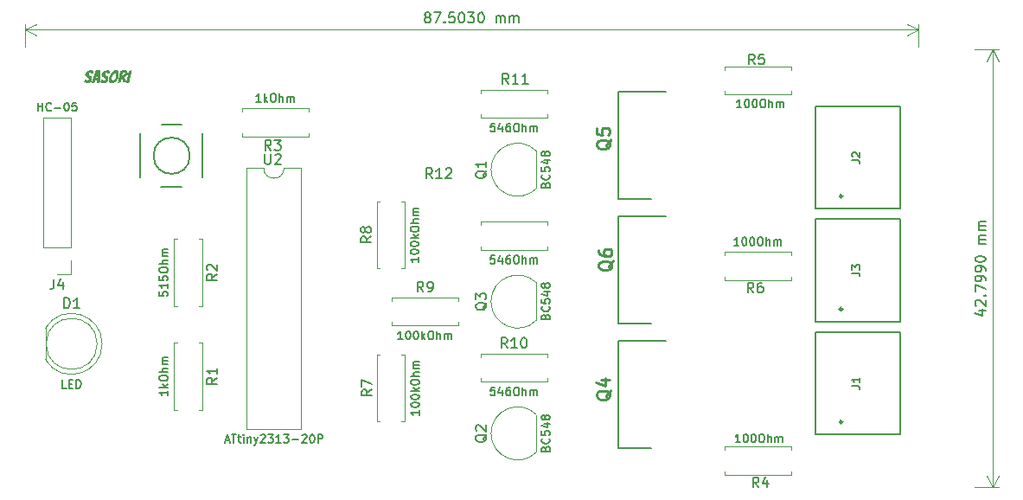
<source format=gto>
%TF.GenerationSoftware,KiCad,Pcbnew,(6.0.1)*%
%TF.CreationDate,2022-05-05T12:39:53-05:00*%
%TF.ProjectId,RGB_LightsBluetooth,5247425f-4c69-4676-9874-73426c756574,1*%
%TF.SameCoordinates,Original*%
%TF.FileFunction,Legend,Top*%
%TF.FilePolarity,Positive*%
%FSLAX46Y46*%
G04 Gerber Fmt 4.6, Leading zero omitted, Abs format (unit mm)*
G04 Created by KiCad (PCBNEW (6.0.1)) date 2022-05-05 12:39:53*
%MOMM*%
%LPD*%
G01*
G04 APERTURE LIST*
%ADD10C,0.150000*%
%ADD11C,0.100000*%
%ADD12C,0.200000*%
%ADD13C,0.254000*%
%ADD14C,0.120000*%
%ADD15C,0.203200*%
%ADD16C,0.127000*%
%ADD17C,0.280000*%
%ADD18C,1.600000*%
%ADD19O,1.600000X1.600000*%
%ADD20R,1.500000X1.050000*%
%ADD21O,1.500000X1.050000*%
%ADD22O,1.524000X1.524000*%
%ADD23R,1.800000X1.800000*%
%ADD24C,1.800000*%
%ADD25R,2.085000X2.085000*%
%ADD26C,2.085000*%
%ADD27R,1.950000X1.950000*%
%ADD28C,1.950000*%
%ADD29R,1.700000X1.700000*%
%ADD30O,1.700000X1.700000*%
%ADD31R,1.600000X1.600000*%
G04 APERTURE END LIST*
D10*
X208947713Y-90352357D02*
X209614379Y-90352357D01*
X208566760Y-90590452D02*
X209281046Y-90828547D01*
X209281046Y-90209500D01*
X208709618Y-89876166D02*
X208661999Y-89828547D01*
X208614379Y-89733309D01*
X208614379Y-89495214D01*
X208661999Y-89399976D01*
X208709618Y-89352357D01*
X208804856Y-89304738D01*
X208900094Y-89304738D01*
X209042951Y-89352357D01*
X209614379Y-89923785D01*
X209614379Y-89304738D01*
X209519141Y-88876166D02*
X209566760Y-88828547D01*
X209614379Y-88876166D01*
X209566760Y-88923785D01*
X209519141Y-88876166D01*
X209614379Y-88876166D01*
X208614379Y-88495214D02*
X208614379Y-87828547D01*
X209614379Y-88257119D01*
X209614379Y-87399976D02*
X209614379Y-87209500D01*
X209566760Y-87114261D01*
X209519141Y-87066642D01*
X209376284Y-86971404D01*
X209185808Y-86923785D01*
X208804856Y-86923785D01*
X208709618Y-86971404D01*
X208661999Y-87019023D01*
X208614379Y-87114261D01*
X208614379Y-87304738D01*
X208661999Y-87399976D01*
X208709618Y-87447595D01*
X208804856Y-87495214D01*
X209042951Y-87495214D01*
X209138189Y-87447595D01*
X209185808Y-87399976D01*
X209233427Y-87304738D01*
X209233427Y-87114261D01*
X209185808Y-87019023D01*
X209138189Y-86971404D01*
X209042951Y-86923785D01*
X209614379Y-86447595D02*
X209614379Y-86257119D01*
X209566760Y-86161880D01*
X209519141Y-86114261D01*
X209376284Y-86019023D01*
X209185808Y-85971404D01*
X208804856Y-85971404D01*
X208709618Y-86019023D01*
X208661999Y-86066642D01*
X208614379Y-86161880D01*
X208614379Y-86352357D01*
X208661999Y-86447595D01*
X208709618Y-86495214D01*
X208804856Y-86542833D01*
X209042951Y-86542833D01*
X209138189Y-86495214D01*
X209185808Y-86447595D01*
X209233427Y-86352357D01*
X209233427Y-86161880D01*
X209185808Y-86066642D01*
X209138189Y-86019023D01*
X209042951Y-85971404D01*
X208614379Y-85352357D02*
X208614379Y-85257119D01*
X208661999Y-85161880D01*
X208709618Y-85114261D01*
X208804856Y-85066642D01*
X208995332Y-85019023D01*
X209233427Y-85019023D01*
X209423903Y-85066642D01*
X209519141Y-85114261D01*
X209566760Y-85161880D01*
X209614379Y-85257119D01*
X209614379Y-85352357D01*
X209566760Y-85447595D01*
X209519141Y-85495214D01*
X209423903Y-85542833D01*
X209233427Y-85590452D01*
X208995332Y-85590452D01*
X208804856Y-85542833D01*
X208709618Y-85495214D01*
X208661999Y-85447595D01*
X208614379Y-85352357D01*
X209614379Y-83828547D02*
X208947713Y-83828547D01*
X209042951Y-83828547D02*
X208995332Y-83780928D01*
X208947713Y-83685690D01*
X208947713Y-83542833D01*
X208995332Y-83447595D01*
X209090570Y-83399976D01*
X209614379Y-83399976D01*
X209090570Y-83399976D02*
X208995332Y-83352357D01*
X208947713Y-83257119D01*
X208947713Y-83114261D01*
X208995332Y-83019023D01*
X209090570Y-82971404D01*
X209614379Y-82971404D01*
X209614379Y-82495214D02*
X208947713Y-82495214D01*
X209042951Y-82495214D02*
X208995332Y-82447595D01*
X208947713Y-82352357D01*
X208947713Y-82209500D01*
X208995332Y-82114261D01*
X209090570Y-82066642D01*
X209614379Y-82066642D01*
X209090570Y-82066642D02*
X208995332Y-82019023D01*
X208947713Y-81923785D01*
X208947713Y-81780928D01*
X208995332Y-81685690D01*
X209090570Y-81638071D01*
X209614379Y-81638071D01*
D11*
X208526000Y-64810000D02*
X210898419Y-64810000D01*
X208526000Y-107609000D02*
X210898419Y-107609000D01*
X210311999Y-64810000D02*
X210311999Y-107609000D01*
X210311999Y-64810000D02*
X210311999Y-107609000D01*
X210311999Y-64810000D02*
X209725578Y-65936504D01*
X210311999Y-64810000D02*
X210898420Y-65936504D01*
X210311999Y-107609000D02*
X210898420Y-106482496D01*
X210311999Y-107609000D02*
X209725578Y-106482496D01*
D10*
X154892928Y-61595953D02*
X154797690Y-61548334D01*
X154750071Y-61500715D01*
X154702452Y-61405477D01*
X154702452Y-61357858D01*
X154750071Y-61262620D01*
X154797690Y-61215001D01*
X154892928Y-61167381D01*
X155083404Y-61167381D01*
X155178642Y-61215001D01*
X155226261Y-61262620D01*
X155273880Y-61357858D01*
X155273880Y-61405477D01*
X155226261Y-61500715D01*
X155178642Y-61548334D01*
X155083404Y-61595953D01*
X154892928Y-61595953D01*
X154797690Y-61643572D01*
X154750071Y-61691191D01*
X154702452Y-61786429D01*
X154702452Y-61976905D01*
X154750071Y-62072143D01*
X154797690Y-62119762D01*
X154892928Y-62167381D01*
X155083404Y-62167381D01*
X155178642Y-62119762D01*
X155226261Y-62072143D01*
X155273880Y-61976905D01*
X155273880Y-61786429D01*
X155226261Y-61691191D01*
X155178642Y-61643572D01*
X155083404Y-61595953D01*
X155607214Y-61167381D02*
X156273880Y-61167381D01*
X155845309Y-62167381D01*
X156654833Y-62072143D02*
X156702452Y-62119762D01*
X156654833Y-62167381D01*
X156607214Y-62119762D01*
X156654833Y-62072143D01*
X156654833Y-62167381D01*
X157607214Y-61167381D02*
X157131023Y-61167381D01*
X157083404Y-61643572D01*
X157131023Y-61595953D01*
X157226261Y-61548334D01*
X157464357Y-61548334D01*
X157559595Y-61595953D01*
X157607214Y-61643572D01*
X157654833Y-61738810D01*
X157654833Y-61976905D01*
X157607214Y-62072143D01*
X157559595Y-62119762D01*
X157464357Y-62167381D01*
X157226261Y-62167381D01*
X157131023Y-62119762D01*
X157083404Y-62072143D01*
X158273880Y-61167381D02*
X158369119Y-61167381D01*
X158464357Y-61215001D01*
X158511976Y-61262620D01*
X158559595Y-61357858D01*
X158607214Y-61548334D01*
X158607214Y-61786429D01*
X158559595Y-61976905D01*
X158511976Y-62072143D01*
X158464357Y-62119762D01*
X158369119Y-62167381D01*
X158273880Y-62167381D01*
X158178642Y-62119762D01*
X158131023Y-62072143D01*
X158083404Y-61976905D01*
X158035785Y-61786429D01*
X158035785Y-61548334D01*
X158083404Y-61357858D01*
X158131023Y-61262620D01*
X158178642Y-61215001D01*
X158273880Y-61167381D01*
X158940547Y-61167381D02*
X159559595Y-61167381D01*
X159226261Y-61548334D01*
X159369119Y-61548334D01*
X159464357Y-61595953D01*
X159511976Y-61643572D01*
X159559595Y-61738810D01*
X159559595Y-61976905D01*
X159511976Y-62072143D01*
X159464357Y-62119762D01*
X159369119Y-62167381D01*
X159083404Y-62167381D01*
X158988166Y-62119762D01*
X158940547Y-62072143D01*
X160178642Y-61167381D02*
X160273880Y-61167381D01*
X160369119Y-61215001D01*
X160416738Y-61262620D01*
X160464357Y-61357858D01*
X160511976Y-61548334D01*
X160511976Y-61786429D01*
X160464357Y-61976905D01*
X160416738Y-62072143D01*
X160369119Y-62119762D01*
X160273880Y-62167381D01*
X160178642Y-62167381D01*
X160083404Y-62119762D01*
X160035785Y-62072143D01*
X159988166Y-61976905D01*
X159940547Y-61786429D01*
X159940547Y-61548334D01*
X159988166Y-61357858D01*
X160035785Y-61262620D01*
X160083404Y-61215001D01*
X160178642Y-61167381D01*
X161702452Y-62167381D02*
X161702452Y-61500715D01*
X161702452Y-61595953D02*
X161750071Y-61548334D01*
X161845309Y-61500715D01*
X161988166Y-61500715D01*
X162083404Y-61548334D01*
X162131023Y-61643572D01*
X162131023Y-62167381D01*
X162131023Y-61643572D02*
X162178642Y-61548334D01*
X162273880Y-61500715D01*
X162416738Y-61500715D01*
X162511976Y-61548334D01*
X162559595Y-61643572D01*
X162559595Y-62167381D01*
X163035785Y-62167381D02*
X163035785Y-61500715D01*
X163035785Y-61595953D02*
X163083404Y-61548334D01*
X163178642Y-61500715D01*
X163321500Y-61500715D01*
X163416738Y-61548334D01*
X163464357Y-61643572D01*
X163464357Y-62167381D01*
X163464357Y-61643572D02*
X163511976Y-61548334D01*
X163607214Y-61500715D01*
X163750071Y-61500715D01*
X163845309Y-61548334D01*
X163892928Y-61643572D01*
X163892928Y-62167381D01*
D11*
X115570000Y-64524000D02*
X115570000Y-62278581D01*
X203073000Y-64524000D02*
X203073000Y-62278581D01*
X115570000Y-62865001D02*
X203073000Y-62865001D01*
X115570000Y-62865001D02*
X203073000Y-62865001D01*
X115570000Y-62865001D02*
X116696504Y-63451422D01*
X115570000Y-62865001D02*
X116696504Y-62278580D01*
X203073000Y-62865001D02*
X201946496Y-62278580D01*
X203073000Y-62865001D02*
X201946496Y-63451422D01*
D10*
%TO.C,R7*%
X149550380Y-98083666D02*
X149074190Y-98417000D01*
X149550380Y-98655095D02*
X148550380Y-98655095D01*
X148550380Y-98274142D01*
X148598000Y-98178904D01*
X148645619Y-98131285D01*
X148740857Y-98083666D01*
X148883714Y-98083666D01*
X148978952Y-98131285D01*
X149026571Y-98178904D01*
X149074190Y-98274142D01*
X149074190Y-98655095D01*
X148550380Y-97750333D02*
X148550380Y-97083666D01*
X149550380Y-97512238D01*
D12*
X154158904Y-100088428D02*
X154158904Y-100545571D01*
X154158904Y-100317000D02*
X153358904Y-100317000D01*
X153473190Y-100393190D01*
X153549380Y-100469380D01*
X153587476Y-100545571D01*
X153358904Y-99593190D02*
X153358904Y-99517000D01*
X153397000Y-99440809D01*
X153435095Y-99402714D01*
X153511285Y-99364619D01*
X153663666Y-99326523D01*
X153854142Y-99326523D01*
X154006523Y-99364619D01*
X154082714Y-99402714D01*
X154120809Y-99440809D01*
X154158904Y-99517000D01*
X154158904Y-99593190D01*
X154120809Y-99669380D01*
X154082714Y-99707476D01*
X154006523Y-99745571D01*
X153854142Y-99783666D01*
X153663666Y-99783666D01*
X153511285Y-99745571D01*
X153435095Y-99707476D01*
X153397000Y-99669380D01*
X153358904Y-99593190D01*
X153358904Y-98831285D02*
X153358904Y-98755095D01*
X153397000Y-98678904D01*
X153435095Y-98640809D01*
X153511285Y-98602714D01*
X153663666Y-98564619D01*
X153854142Y-98564619D01*
X154006523Y-98602714D01*
X154082714Y-98640809D01*
X154120809Y-98678904D01*
X154158904Y-98755095D01*
X154158904Y-98831285D01*
X154120809Y-98907476D01*
X154082714Y-98945571D01*
X154006523Y-98983666D01*
X153854142Y-99021761D01*
X153663666Y-99021761D01*
X153511285Y-98983666D01*
X153435095Y-98945571D01*
X153397000Y-98907476D01*
X153358904Y-98831285D01*
X154158904Y-98221761D02*
X153358904Y-98221761D01*
X153854142Y-98145571D02*
X154158904Y-97917000D01*
X153625571Y-97917000D02*
X153930333Y-98221761D01*
X153358904Y-97421761D02*
X153358904Y-97269380D01*
X153397000Y-97193190D01*
X153473190Y-97117000D01*
X153625571Y-97078904D01*
X153892238Y-97078904D01*
X154044619Y-97117000D01*
X154120809Y-97193190D01*
X154158904Y-97269380D01*
X154158904Y-97421761D01*
X154120809Y-97497952D01*
X154044619Y-97574142D01*
X153892238Y-97612238D01*
X153625571Y-97612238D01*
X153473190Y-97574142D01*
X153397000Y-97497952D01*
X153358904Y-97421761D01*
X154158904Y-96736047D02*
X153358904Y-96736047D01*
X154158904Y-96393190D02*
X153739857Y-96393190D01*
X153663666Y-96431285D01*
X153625571Y-96507476D01*
X153625571Y-96621761D01*
X153663666Y-96697952D01*
X153701761Y-96736047D01*
X154158904Y-96012238D02*
X153625571Y-96012238D01*
X153701761Y-96012238D02*
X153663666Y-95974142D01*
X153625571Y-95897952D01*
X153625571Y-95783666D01*
X153663666Y-95707476D01*
X153739857Y-95669380D01*
X154158904Y-95669380D01*
X153739857Y-95669380D02*
X153663666Y-95631285D01*
X153625571Y-95555095D01*
X153625571Y-95440809D01*
X153663666Y-95364619D01*
X153739857Y-95326523D01*
X154158904Y-95326523D01*
D10*
%TO.C,R8*%
X149466380Y-83097666D02*
X148990190Y-83431000D01*
X149466380Y-83669095D02*
X148466380Y-83669095D01*
X148466380Y-83288142D01*
X148514000Y-83192904D01*
X148561619Y-83145285D01*
X148656857Y-83097666D01*
X148799714Y-83097666D01*
X148894952Y-83145285D01*
X148942571Y-83192904D01*
X148990190Y-83288142D01*
X148990190Y-83669095D01*
X148894952Y-82526238D02*
X148847333Y-82621476D01*
X148799714Y-82669095D01*
X148704476Y-82716714D01*
X148656857Y-82716714D01*
X148561619Y-82669095D01*
X148514000Y-82621476D01*
X148466380Y-82526238D01*
X148466380Y-82335761D01*
X148514000Y-82240523D01*
X148561619Y-82192904D01*
X148656857Y-82145285D01*
X148704476Y-82145285D01*
X148799714Y-82192904D01*
X148847333Y-82240523D01*
X148894952Y-82335761D01*
X148894952Y-82526238D01*
X148942571Y-82621476D01*
X148990190Y-82669095D01*
X149085428Y-82716714D01*
X149275904Y-82716714D01*
X149371142Y-82669095D01*
X149418761Y-82621476D01*
X149466380Y-82526238D01*
X149466380Y-82335761D01*
X149418761Y-82240523D01*
X149371142Y-82192904D01*
X149275904Y-82145285D01*
X149085428Y-82145285D01*
X148990190Y-82192904D01*
X148942571Y-82240523D01*
X148894952Y-82335761D01*
D12*
X154115904Y-85102428D02*
X154115904Y-85559571D01*
X154115904Y-85331000D02*
X153315904Y-85331000D01*
X153430190Y-85407190D01*
X153506380Y-85483380D01*
X153544476Y-85559571D01*
X153315904Y-84607190D02*
X153315904Y-84531000D01*
X153354000Y-84454809D01*
X153392095Y-84416714D01*
X153468285Y-84378619D01*
X153620666Y-84340523D01*
X153811142Y-84340523D01*
X153963523Y-84378619D01*
X154039714Y-84416714D01*
X154077809Y-84454809D01*
X154115904Y-84531000D01*
X154115904Y-84607190D01*
X154077809Y-84683380D01*
X154039714Y-84721476D01*
X153963523Y-84759571D01*
X153811142Y-84797666D01*
X153620666Y-84797666D01*
X153468285Y-84759571D01*
X153392095Y-84721476D01*
X153354000Y-84683380D01*
X153315904Y-84607190D01*
X153315904Y-83845285D02*
X153315904Y-83769095D01*
X153354000Y-83692904D01*
X153392095Y-83654809D01*
X153468285Y-83616714D01*
X153620666Y-83578619D01*
X153811142Y-83578619D01*
X153963523Y-83616714D01*
X154039714Y-83654809D01*
X154077809Y-83692904D01*
X154115904Y-83769095D01*
X154115904Y-83845285D01*
X154077809Y-83921476D01*
X154039714Y-83959571D01*
X153963523Y-83997666D01*
X153811142Y-84035761D01*
X153620666Y-84035761D01*
X153468285Y-83997666D01*
X153392095Y-83959571D01*
X153354000Y-83921476D01*
X153315904Y-83845285D01*
X154115904Y-83235761D02*
X153315904Y-83235761D01*
X153811142Y-83159571D02*
X154115904Y-82931000D01*
X153582571Y-82931000D02*
X153887333Y-83235761D01*
X153315904Y-82435761D02*
X153315904Y-82283380D01*
X153354000Y-82207190D01*
X153430190Y-82131000D01*
X153582571Y-82092904D01*
X153849238Y-82092904D01*
X154001619Y-82131000D01*
X154077809Y-82207190D01*
X154115904Y-82283380D01*
X154115904Y-82435761D01*
X154077809Y-82511952D01*
X154001619Y-82588142D01*
X153849238Y-82626238D01*
X153582571Y-82626238D01*
X153430190Y-82588142D01*
X153354000Y-82511952D01*
X153315904Y-82435761D01*
X154115904Y-81750047D02*
X153315904Y-81750047D01*
X154115904Y-81407190D02*
X153696857Y-81407190D01*
X153620666Y-81445285D01*
X153582571Y-81521476D01*
X153582571Y-81635761D01*
X153620666Y-81711952D01*
X153658761Y-81750047D01*
X154115904Y-81026238D02*
X153582571Y-81026238D01*
X153658761Y-81026238D02*
X153620666Y-80988142D01*
X153582571Y-80911952D01*
X153582571Y-80797666D01*
X153620666Y-80721476D01*
X153696857Y-80683380D01*
X154115904Y-80683380D01*
X153696857Y-80683380D02*
X153620666Y-80645285D01*
X153582571Y-80569095D01*
X153582571Y-80454809D01*
X153620666Y-80378619D01*
X153696857Y-80340523D01*
X154115904Y-80340523D01*
D10*
%TO.C,R12*%
X155451142Y-77406580D02*
X155117809Y-76930390D01*
X154879714Y-77406580D02*
X154879714Y-76406580D01*
X155260666Y-76406580D01*
X155355904Y-76454200D01*
X155403523Y-76501819D01*
X155451142Y-76597057D01*
X155451142Y-76739914D01*
X155403523Y-76835152D01*
X155355904Y-76882771D01*
X155260666Y-76930390D01*
X154879714Y-76930390D01*
X156403523Y-77406580D02*
X155832095Y-77406580D01*
X156117809Y-77406580D02*
X156117809Y-76406580D01*
X156022571Y-76549438D01*
X155927333Y-76644676D01*
X155832095Y-76692295D01*
X156784476Y-76501819D02*
X156832095Y-76454200D01*
X156927333Y-76406580D01*
X157165428Y-76406580D01*
X157260666Y-76454200D01*
X157308285Y-76501819D01*
X157355904Y-76597057D01*
X157355904Y-76692295D01*
X157308285Y-76835152D01*
X156736857Y-77406580D01*
X157355904Y-77406580D01*
D12*
X161563285Y-84939104D02*
X161182333Y-84939104D01*
X161144238Y-85320057D01*
X161182333Y-85281961D01*
X161258523Y-85243866D01*
X161449000Y-85243866D01*
X161525190Y-85281961D01*
X161563285Y-85320057D01*
X161601380Y-85396247D01*
X161601380Y-85586723D01*
X161563285Y-85662914D01*
X161525190Y-85701009D01*
X161449000Y-85739104D01*
X161258523Y-85739104D01*
X161182333Y-85701009D01*
X161144238Y-85662914D01*
X162287095Y-85205771D02*
X162287095Y-85739104D01*
X162096619Y-84901009D02*
X161906142Y-85472438D01*
X162401380Y-85472438D01*
X163049000Y-84939104D02*
X162896619Y-84939104D01*
X162820428Y-84977200D01*
X162782333Y-85015295D01*
X162706142Y-85129580D01*
X162668047Y-85281961D01*
X162668047Y-85586723D01*
X162706142Y-85662914D01*
X162744238Y-85701009D01*
X162820428Y-85739104D01*
X162972809Y-85739104D01*
X163049000Y-85701009D01*
X163087095Y-85662914D01*
X163125190Y-85586723D01*
X163125190Y-85396247D01*
X163087095Y-85320057D01*
X163049000Y-85281961D01*
X162972809Y-85243866D01*
X162820428Y-85243866D01*
X162744238Y-85281961D01*
X162706142Y-85320057D01*
X162668047Y-85396247D01*
X163620428Y-84939104D02*
X163772809Y-84939104D01*
X163849000Y-84977200D01*
X163925190Y-85053390D01*
X163963285Y-85205771D01*
X163963285Y-85472438D01*
X163925190Y-85624819D01*
X163849000Y-85701009D01*
X163772809Y-85739104D01*
X163620428Y-85739104D01*
X163544238Y-85701009D01*
X163468047Y-85624819D01*
X163429952Y-85472438D01*
X163429952Y-85205771D01*
X163468047Y-85053390D01*
X163544238Y-84977200D01*
X163620428Y-84939104D01*
X164306142Y-85739104D02*
X164306142Y-84939104D01*
X164649000Y-85739104D02*
X164649000Y-85320057D01*
X164610904Y-85243866D01*
X164534714Y-85205771D01*
X164420428Y-85205771D01*
X164344238Y-85243866D01*
X164306142Y-85281961D01*
X165029952Y-85739104D02*
X165029952Y-85205771D01*
X165029952Y-85281961D02*
X165068047Y-85243866D01*
X165144238Y-85205771D01*
X165258523Y-85205771D01*
X165334714Y-85243866D01*
X165372809Y-85320057D01*
X165372809Y-85739104D01*
X165372809Y-85320057D02*
X165410904Y-85243866D01*
X165487095Y-85205771D01*
X165601380Y-85205771D01*
X165677571Y-85243866D01*
X165715666Y-85320057D01*
X165715666Y-85739104D01*
D10*
%TO.C,Q3*%
X160796619Y-89554038D02*
X160749000Y-89649276D01*
X160653761Y-89744514D01*
X160510904Y-89887371D01*
X160463285Y-89982609D01*
X160463285Y-90077847D01*
X160701380Y-90030228D02*
X160653761Y-90125466D01*
X160558523Y-90220704D01*
X160368047Y-90268323D01*
X160034714Y-90268323D01*
X159844238Y-90220704D01*
X159749000Y-90125466D01*
X159701380Y-90030228D01*
X159701380Y-89839752D01*
X159749000Y-89744514D01*
X159844238Y-89649276D01*
X160034714Y-89601657D01*
X160368047Y-89601657D01*
X160558523Y-89649276D01*
X160653761Y-89744514D01*
X160701380Y-89839752D01*
X160701380Y-90030228D01*
X159701380Y-89268323D02*
X159701380Y-88649276D01*
X160082333Y-88982609D01*
X160082333Y-88839752D01*
X160129952Y-88744514D01*
X160177571Y-88696895D01*
X160272809Y-88649276D01*
X160510904Y-88649276D01*
X160606142Y-88696895D01*
X160653761Y-88744514D01*
X160701380Y-88839752D01*
X160701380Y-89125466D01*
X160653761Y-89220704D01*
X160606142Y-89268323D01*
D12*
X166541857Y-90944514D02*
X166579952Y-90830228D01*
X166618047Y-90792133D01*
X166694238Y-90754038D01*
X166808523Y-90754038D01*
X166884714Y-90792133D01*
X166922809Y-90830228D01*
X166960904Y-90906419D01*
X166960904Y-91211180D01*
X166160904Y-91211180D01*
X166160904Y-90944514D01*
X166199000Y-90868323D01*
X166237095Y-90830228D01*
X166313285Y-90792133D01*
X166389476Y-90792133D01*
X166465666Y-90830228D01*
X166503761Y-90868323D01*
X166541857Y-90944514D01*
X166541857Y-91211180D01*
X166884714Y-89954038D02*
X166922809Y-89992133D01*
X166960904Y-90106419D01*
X166960904Y-90182609D01*
X166922809Y-90296895D01*
X166846619Y-90373085D01*
X166770428Y-90411180D01*
X166618047Y-90449276D01*
X166503761Y-90449276D01*
X166351380Y-90411180D01*
X166275190Y-90373085D01*
X166199000Y-90296895D01*
X166160904Y-90182609D01*
X166160904Y-90106419D01*
X166199000Y-89992133D01*
X166237095Y-89954038D01*
X166160904Y-89230228D02*
X166160904Y-89611180D01*
X166541857Y-89649276D01*
X166503761Y-89611180D01*
X166465666Y-89534990D01*
X166465666Y-89344514D01*
X166503761Y-89268323D01*
X166541857Y-89230228D01*
X166618047Y-89192133D01*
X166808523Y-89192133D01*
X166884714Y-89230228D01*
X166922809Y-89268323D01*
X166960904Y-89344514D01*
X166960904Y-89534990D01*
X166922809Y-89611180D01*
X166884714Y-89649276D01*
X166427571Y-88506419D02*
X166960904Y-88506419D01*
X166122809Y-88696895D02*
X166694238Y-88887371D01*
X166694238Y-88392133D01*
X166503761Y-87973085D02*
X166465666Y-88049276D01*
X166427571Y-88087371D01*
X166351380Y-88125466D01*
X166313285Y-88125466D01*
X166237095Y-88087371D01*
X166199000Y-88049276D01*
X166160904Y-87973085D01*
X166160904Y-87820704D01*
X166199000Y-87744514D01*
X166237095Y-87706419D01*
X166313285Y-87668323D01*
X166351380Y-87668323D01*
X166427571Y-87706419D01*
X166465666Y-87744514D01*
X166503761Y-87820704D01*
X166503761Y-87973085D01*
X166541857Y-88049276D01*
X166579952Y-88087371D01*
X166656142Y-88125466D01*
X166808523Y-88125466D01*
X166884714Y-88087371D01*
X166922809Y-88049276D01*
X166960904Y-87973085D01*
X166960904Y-87820704D01*
X166922809Y-87744514D01*
X166884714Y-87706419D01*
X166808523Y-87668323D01*
X166656142Y-87668323D01*
X166579952Y-87706419D01*
X166541857Y-87744514D01*
X166503761Y-87820704D01*
D10*
%TO.C,R10*%
X162806142Y-93992780D02*
X162472809Y-93516590D01*
X162234714Y-93992780D02*
X162234714Y-92992780D01*
X162615666Y-92992780D01*
X162710904Y-93040400D01*
X162758523Y-93088019D01*
X162806142Y-93183257D01*
X162806142Y-93326114D01*
X162758523Y-93421352D01*
X162710904Y-93468971D01*
X162615666Y-93516590D01*
X162234714Y-93516590D01*
X163758523Y-93992780D02*
X163187095Y-93992780D01*
X163472809Y-93992780D02*
X163472809Y-92992780D01*
X163377571Y-93135638D01*
X163282333Y-93230876D01*
X163187095Y-93278495D01*
X164377571Y-92992780D02*
X164472809Y-92992780D01*
X164568047Y-93040400D01*
X164615666Y-93088019D01*
X164663285Y-93183257D01*
X164710904Y-93373733D01*
X164710904Y-93611828D01*
X164663285Y-93802304D01*
X164615666Y-93897542D01*
X164568047Y-93945161D01*
X164472809Y-93992780D01*
X164377571Y-93992780D01*
X164282333Y-93945161D01*
X164234714Y-93897542D01*
X164187095Y-93802304D01*
X164139476Y-93611828D01*
X164139476Y-93373733D01*
X164187095Y-93183257D01*
X164234714Y-93088019D01*
X164282333Y-93040400D01*
X164377571Y-92992780D01*
D12*
X161563285Y-97842304D02*
X161182333Y-97842304D01*
X161144238Y-98223257D01*
X161182333Y-98185161D01*
X161258523Y-98147066D01*
X161449000Y-98147066D01*
X161525190Y-98185161D01*
X161563285Y-98223257D01*
X161601380Y-98299447D01*
X161601380Y-98489923D01*
X161563285Y-98566114D01*
X161525190Y-98604209D01*
X161449000Y-98642304D01*
X161258523Y-98642304D01*
X161182333Y-98604209D01*
X161144238Y-98566114D01*
X162287095Y-98108971D02*
X162287095Y-98642304D01*
X162096619Y-97804209D02*
X161906142Y-98375638D01*
X162401380Y-98375638D01*
X163049000Y-97842304D02*
X162896619Y-97842304D01*
X162820428Y-97880400D01*
X162782333Y-97918495D01*
X162706142Y-98032780D01*
X162668047Y-98185161D01*
X162668047Y-98489923D01*
X162706142Y-98566114D01*
X162744238Y-98604209D01*
X162820428Y-98642304D01*
X162972809Y-98642304D01*
X163049000Y-98604209D01*
X163087095Y-98566114D01*
X163125190Y-98489923D01*
X163125190Y-98299447D01*
X163087095Y-98223257D01*
X163049000Y-98185161D01*
X162972809Y-98147066D01*
X162820428Y-98147066D01*
X162744238Y-98185161D01*
X162706142Y-98223257D01*
X162668047Y-98299447D01*
X163620428Y-97842304D02*
X163772809Y-97842304D01*
X163849000Y-97880400D01*
X163925190Y-97956590D01*
X163963285Y-98108971D01*
X163963285Y-98375638D01*
X163925190Y-98528019D01*
X163849000Y-98604209D01*
X163772809Y-98642304D01*
X163620428Y-98642304D01*
X163544238Y-98604209D01*
X163468047Y-98528019D01*
X163429952Y-98375638D01*
X163429952Y-98108971D01*
X163468047Y-97956590D01*
X163544238Y-97880400D01*
X163620428Y-97842304D01*
X164306142Y-98642304D02*
X164306142Y-97842304D01*
X164649000Y-98642304D02*
X164649000Y-98223257D01*
X164610904Y-98147066D01*
X164534714Y-98108971D01*
X164420428Y-98108971D01*
X164344238Y-98147066D01*
X164306142Y-98185161D01*
X165029952Y-98642304D02*
X165029952Y-98108971D01*
X165029952Y-98185161D02*
X165068047Y-98147066D01*
X165144238Y-98108971D01*
X165258523Y-98108971D01*
X165334714Y-98147066D01*
X165372809Y-98223257D01*
X165372809Y-98642304D01*
X165372809Y-98223257D02*
X165410904Y-98147066D01*
X165487095Y-98108971D01*
X165601380Y-98108971D01*
X165677571Y-98147066D01*
X165715666Y-98223257D01*
X165715666Y-98642304D01*
D10*
%TO.C,R4*%
X187412333Y-107640380D02*
X187079000Y-107164190D01*
X186840904Y-107640380D02*
X186840904Y-106640380D01*
X187221857Y-106640380D01*
X187317095Y-106688000D01*
X187364714Y-106735619D01*
X187412333Y-106830857D01*
X187412333Y-106973714D01*
X187364714Y-107068952D01*
X187317095Y-107116571D01*
X187221857Y-107164190D01*
X186840904Y-107164190D01*
X188269476Y-106973714D02*
X188269476Y-107640380D01*
X188031380Y-106592761D02*
X187793285Y-107307047D01*
X188412333Y-107307047D01*
D12*
X185604380Y-103231904D02*
X185147238Y-103231904D01*
X185375809Y-103231904D02*
X185375809Y-102431904D01*
X185299619Y-102546190D01*
X185223428Y-102622380D01*
X185147238Y-102660476D01*
X186099619Y-102431904D02*
X186175809Y-102431904D01*
X186252000Y-102470000D01*
X186290095Y-102508095D01*
X186328190Y-102584285D01*
X186366285Y-102736666D01*
X186366285Y-102927142D01*
X186328190Y-103079523D01*
X186290095Y-103155714D01*
X186252000Y-103193809D01*
X186175809Y-103231904D01*
X186099619Y-103231904D01*
X186023428Y-103193809D01*
X185985333Y-103155714D01*
X185947238Y-103079523D01*
X185909142Y-102927142D01*
X185909142Y-102736666D01*
X185947238Y-102584285D01*
X185985333Y-102508095D01*
X186023428Y-102470000D01*
X186099619Y-102431904D01*
X186861523Y-102431904D02*
X186937714Y-102431904D01*
X187013904Y-102470000D01*
X187052000Y-102508095D01*
X187090095Y-102584285D01*
X187128190Y-102736666D01*
X187128190Y-102927142D01*
X187090095Y-103079523D01*
X187052000Y-103155714D01*
X187013904Y-103193809D01*
X186937714Y-103231904D01*
X186861523Y-103231904D01*
X186785333Y-103193809D01*
X186747238Y-103155714D01*
X186709142Y-103079523D01*
X186671047Y-102927142D01*
X186671047Y-102736666D01*
X186709142Y-102584285D01*
X186747238Y-102508095D01*
X186785333Y-102470000D01*
X186861523Y-102431904D01*
X187623428Y-102431904D02*
X187775809Y-102431904D01*
X187852000Y-102470000D01*
X187928190Y-102546190D01*
X187966285Y-102698571D01*
X187966285Y-102965238D01*
X187928190Y-103117619D01*
X187852000Y-103193809D01*
X187775809Y-103231904D01*
X187623428Y-103231904D01*
X187547238Y-103193809D01*
X187471047Y-103117619D01*
X187432952Y-102965238D01*
X187432952Y-102698571D01*
X187471047Y-102546190D01*
X187547238Y-102470000D01*
X187623428Y-102431904D01*
X188309142Y-103231904D02*
X188309142Y-102431904D01*
X188652000Y-103231904D02*
X188652000Y-102812857D01*
X188613904Y-102736666D01*
X188537714Y-102698571D01*
X188423428Y-102698571D01*
X188347238Y-102736666D01*
X188309142Y-102774761D01*
X189032952Y-103231904D02*
X189032952Y-102698571D01*
X189032952Y-102774761D02*
X189071047Y-102736666D01*
X189147238Y-102698571D01*
X189261523Y-102698571D01*
X189337714Y-102736666D01*
X189375809Y-102812857D01*
X189375809Y-103231904D01*
X189375809Y-102812857D02*
X189413904Y-102736666D01*
X189490095Y-102698571D01*
X189604380Y-102698571D01*
X189680571Y-102736666D01*
X189718666Y-102812857D01*
X189718666Y-103231904D01*
D10*
%TO.C,R5*%
X187031333Y-66238380D02*
X186698000Y-65762190D01*
X186459904Y-66238380D02*
X186459904Y-65238380D01*
X186840857Y-65238380D01*
X186936095Y-65286000D01*
X186983714Y-65333619D01*
X187031333Y-65428857D01*
X187031333Y-65571714D01*
X186983714Y-65666952D01*
X186936095Y-65714571D01*
X186840857Y-65762190D01*
X186459904Y-65762190D01*
X187936095Y-65238380D02*
X187459904Y-65238380D01*
X187412285Y-65714571D01*
X187459904Y-65666952D01*
X187555142Y-65619333D01*
X187793238Y-65619333D01*
X187888476Y-65666952D01*
X187936095Y-65714571D01*
X187983714Y-65809809D01*
X187983714Y-66047904D01*
X187936095Y-66143142D01*
X187888476Y-66190761D01*
X187793238Y-66238380D01*
X187555142Y-66238380D01*
X187459904Y-66190761D01*
X187412285Y-66143142D01*
D12*
X185731380Y-70465904D02*
X185274238Y-70465904D01*
X185502809Y-70465904D02*
X185502809Y-69665904D01*
X185426619Y-69780190D01*
X185350428Y-69856380D01*
X185274238Y-69894476D01*
X186226619Y-69665904D02*
X186302809Y-69665904D01*
X186379000Y-69704000D01*
X186417095Y-69742095D01*
X186455190Y-69818285D01*
X186493285Y-69970666D01*
X186493285Y-70161142D01*
X186455190Y-70313523D01*
X186417095Y-70389714D01*
X186379000Y-70427809D01*
X186302809Y-70465904D01*
X186226619Y-70465904D01*
X186150428Y-70427809D01*
X186112333Y-70389714D01*
X186074238Y-70313523D01*
X186036142Y-70161142D01*
X186036142Y-69970666D01*
X186074238Y-69818285D01*
X186112333Y-69742095D01*
X186150428Y-69704000D01*
X186226619Y-69665904D01*
X186988523Y-69665904D02*
X187064714Y-69665904D01*
X187140904Y-69704000D01*
X187179000Y-69742095D01*
X187217095Y-69818285D01*
X187255190Y-69970666D01*
X187255190Y-70161142D01*
X187217095Y-70313523D01*
X187179000Y-70389714D01*
X187140904Y-70427809D01*
X187064714Y-70465904D01*
X186988523Y-70465904D01*
X186912333Y-70427809D01*
X186874238Y-70389714D01*
X186836142Y-70313523D01*
X186798047Y-70161142D01*
X186798047Y-69970666D01*
X186836142Y-69818285D01*
X186874238Y-69742095D01*
X186912333Y-69704000D01*
X186988523Y-69665904D01*
X187750428Y-69665904D02*
X187902809Y-69665904D01*
X187979000Y-69704000D01*
X188055190Y-69780190D01*
X188093285Y-69932571D01*
X188093285Y-70199238D01*
X188055190Y-70351619D01*
X187979000Y-70427809D01*
X187902809Y-70465904D01*
X187750428Y-70465904D01*
X187674238Y-70427809D01*
X187598047Y-70351619D01*
X187559952Y-70199238D01*
X187559952Y-69932571D01*
X187598047Y-69780190D01*
X187674238Y-69704000D01*
X187750428Y-69665904D01*
X188436142Y-70465904D02*
X188436142Y-69665904D01*
X188779000Y-70465904D02*
X188779000Y-70046857D01*
X188740904Y-69970666D01*
X188664714Y-69932571D01*
X188550428Y-69932571D01*
X188474238Y-69970666D01*
X188436142Y-70008761D01*
X189159952Y-70465904D02*
X189159952Y-69932571D01*
X189159952Y-70008761D02*
X189198047Y-69970666D01*
X189274238Y-69932571D01*
X189388523Y-69932571D01*
X189464714Y-69970666D01*
X189502809Y-70046857D01*
X189502809Y-70465904D01*
X189502809Y-70046857D02*
X189540904Y-69970666D01*
X189617095Y-69932571D01*
X189731380Y-69932571D01*
X189807571Y-69970666D01*
X189845666Y-70046857D01*
X189845666Y-70465904D01*
D10*
%TO.C,R6*%
X186904333Y-88590380D02*
X186571000Y-88114190D01*
X186332904Y-88590380D02*
X186332904Y-87590380D01*
X186713857Y-87590380D01*
X186809095Y-87638000D01*
X186856714Y-87685619D01*
X186904333Y-87780857D01*
X186904333Y-87923714D01*
X186856714Y-88018952D01*
X186809095Y-88066571D01*
X186713857Y-88114190D01*
X186332904Y-88114190D01*
X187761476Y-87590380D02*
X187571000Y-87590380D01*
X187475761Y-87638000D01*
X187428142Y-87685619D01*
X187332904Y-87828476D01*
X187285285Y-88018952D01*
X187285285Y-88399904D01*
X187332904Y-88495142D01*
X187380523Y-88542761D01*
X187475761Y-88590380D01*
X187666238Y-88590380D01*
X187761476Y-88542761D01*
X187809095Y-88495142D01*
X187856714Y-88399904D01*
X187856714Y-88161809D01*
X187809095Y-88066571D01*
X187761476Y-88018952D01*
X187666238Y-87971333D01*
X187475761Y-87971333D01*
X187380523Y-88018952D01*
X187332904Y-88066571D01*
X187285285Y-88161809D01*
D12*
X185477380Y-83970904D02*
X185020238Y-83970904D01*
X185248809Y-83970904D02*
X185248809Y-83170904D01*
X185172619Y-83285190D01*
X185096428Y-83361380D01*
X185020238Y-83399476D01*
X185972619Y-83170904D02*
X186048809Y-83170904D01*
X186125000Y-83209000D01*
X186163095Y-83247095D01*
X186201190Y-83323285D01*
X186239285Y-83475666D01*
X186239285Y-83666142D01*
X186201190Y-83818523D01*
X186163095Y-83894714D01*
X186125000Y-83932809D01*
X186048809Y-83970904D01*
X185972619Y-83970904D01*
X185896428Y-83932809D01*
X185858333Y-83894714D01*
X185820238Y-83818523D01*
X185782142Y-83666142D01*
X185782142Y-83475666D01*
X185820238Y-83323285D01*
X185858333Y-83247095D01*
X185896428Y-83209000D01*
X185972619Y-83170904D01*
X186734523Y-83170904D02*
X186810714Y-83170904D01*
X186886904Y-83209000D01*
X186925000Y-83247095D01*
X186963095Y-83323285D01*
X187001190Y-83475666D01*
X187001190Y-83666142D01*
X186963095Y-83818523D01*
X186925000Y-83894714D01*
X186886904Y-83932809D01*
X186810714Y-83970904D01*
X186734523Y-83970904D01*
X186658333Y-83932809D01*
X186620238Y-83894714D01*
X186582142Y-83818523D01*
X186544047Y-83666142D01*
X186544047Y-83475666D01*
X186582142Y-83323285D01*
X186620238Y-83247095D01*
X186658333Y-83209000D01*
X186734523Y-83170904D01*
X187496428Y-83170904D02*
X187648809Y-83170904D01*
X187725000Y-83209000D01*
X187801190Y-83285190D01*
X187839285Y-83437571D01*
X187839285Y-83704238D01*
X187801190Y-83856619D01*
X187725000Y-83932809D01*
X187648809Y-83970904D01*
X187496428Y-83970904D01*
X187420238Y-83932809D01*
X187344047Y-83856619D01*
X187305952Y-83704238D01*
X187305952Y-83437571D01*
X187344047Y-83285190D01*
X187420238Y-83209000D01*
X187496428Y-83170904D01*
X188182142Y-83970904D02*
X188182142Y-83170904D01*
X188525000Y-83970904D02*
X188525000Y-83551857D01*
X188486904Y-83475666D01*
X188410714Y-83437571D01*
X188296428Y-83437571D01*
X188220238Y-83475666D01*
X188182142Y-83513761D01*
X188905952Y-83970904D02*
X188905952Y-83437571D01*
X188905952Y-83513761D02*
X188944047Y-83475666D01*
X189020238Y-83437571D01*
X189134523Y-83437571D01*
X189210714Y-83475666D01*
X189248809Y-83551857D01*
X189248809Y-83970904D01*
X189248809Y-83551857D02*
X189286904Y-83475666D01*
X189363095Y-83437571D01*
X189477380Y-83437571D01*
X189553571Y-83475666D01*
X189591666Y-83551857D01*
X189591666Y-83970904D01*
D10*
%TO.C,R11*%
X162933142Y-68143380D02*
X162599809Y-67667190D01*
X162361714Y-68143380D02*
X162361714Y-67143380D01*
X162742666Y-67143380D01*
X162837904Y-67191000D01*
X162885523Y-67238619D01*
X162933142Y-67333857D01*
X162933142Y-67476714D01*
X162885523Y-67571952D01*
X162837904Y-67619571D01*
X162742666Y-67667190D01*
X162361714Y-67667190D01*
X163885523Y-68143380D02*
X163314095Y-68143380D01*
X163599809Y-68143380D02*
X163599809Y-67143380D01*
X163504571Y-67286238D01*
X163409333Y-67381476D01*
X163314095Y-67429095D01*
X164837904Y-68143380D02*
X164266476Y-68143380D01*
X164552190Y-68143380D02*
X164552190Y-67143380D01*
X164456952Y-67286238D01*
X164361714Y-67381476D01*
X164266476Y-67429095D01*
D12*
X161563285Y-72035904D02*
X161182333Y-72035904D01*
X161144238Y-72416857D01*
X161182333Y-72378761D01*
X161258523Y-72340666D01*
X161449000Y-72340666D01*
X161525190Y-72378761D01*
X161563285Y-72416857D01*
X161601380Y-72493047D01*
X161601380Y-72683523D01*
X161563285Y-72759714D01*
X161525190Y-72797809D01*
X161449000Y-72835904D01*
X161258523Y-72835904D01*
X161182333Y-72797809D01*
X161144238Y-72759714D01*
X162287095Y-72302571D02*
X162287095Y-72835904D01*
X162096619Y-71997809D02*
X161906142Y-72569238D01*
X162401380Y-72569238D01*
X163049000Y-72035904D02*
X162896619Y-72035904D01*
X162820428Y-72074000D01*
X162782333Y-72112095D01*
X162706142Y-72226380D01*
X162668047Y-72378761D01*
X162668047Y-72683523D01*
X162706142Y-72759714D01*
X162744238Y-72797809D01*
X162820428Y-72835904D01*
X162972809Y-72835904D01*
X163049000Y-72797809D01*
X163087095Y-72759714D01*
X163125190Y-72683523D01*
X163125190Y-72493047D01*
X163087095Y-72416857D01*
X163049000Y-72378761D01*
X162972809Y-72340666D01*
X162820428Y-72340666D01*
X162744238Y-72378761D01*
X162706142Y-72416857D01*
X162668047Y-72493047D01*
X163620428Y-72035904D02*
X163772809Y-72035904D01*
X163849000Y-72074000D01*
X163925190Y-72150190D01*
X163963285Y-72302571D01*
X163963285Y-72569238D01*
X163925190Y-72721619D01*
X163849000Y-72797809D01*
X163772809Y-72835904D01*
X163620428Y-72835904D01*
X163544238Y-72797809D01*
X163468047Y-72721619D01*
X163429952Y-72569238D01*
X163429952Y-72302571D01*
X163468047Y-72150190D01*
X163544238Y-72074000D01*
X163620428Y-72035904D01*
X164306142Y-72835904D02*
X164306142Y-72035904D01*
X164649000Y-72835904D02*
X164649000Y-72416857D01*
X164610904Y-72340666D01*
X164534714Y-72302571D01*
X164420428Y-72302571D01*
X164344238Y-72340666D01*
X164306142Y-72378761D01*
X165029952Y-72835904D02*
X165029952Y-72302571D01*
X165029952Y-72378761D02*
X165068047Y-72340666D01*
X165144238Y-72302571D01*
X165258523Y-72302571D01*
X165334714Y-72340666D01*
X165372809Y-72416857D01*
X165372809Y-72835904D01*
X165372809Y-72416857D02*
X165410904Y-72340666D01*
X165487095Y-72302571D01*
X165601380Y-72302571D01*
X165677571Y-72340666D01*
X165715666Y-72416857D01*
X165715666Y-72835904D01*
D10*
%TO.C,D1*%
X119403904Y-90091380D02*
X119403904Y-89091380D01*
X119642000Y-89091380D01*
X119784857Y-89139000D01*
X119880095Y-89234238D01*
X119927714Y-89329476D01*
X119975333Y-89519952D01*
X119975333Y-89662809D01*
X119927714Y-89853285D01*
X119880095Y-89948523D01*
X119784857Y-90043761D01*
X119642000Y-90091380D01*
X119403904Y-90091380D01*
X120927714Y-90091380D02*
X120356285Y-90091380D01*
X120642000Y-90091380D02*
X120642000Y-89091380D01*
X120546761Y-89234238D01*
X120451523Y-89329476D01*
X120356285Y-89377095D01*
D12*
X119627714Y-97920904D02*
X119246761Y-97920904D01*
X119246761Y-97120904D01*
X119894380Y-97501857D02*
X120161047Y-97501857D01*
X120275333Y-97920904D02*
X119894380Y-97920904D01*
X119894380Y-97120904D01*
X120275333Y-97120904D01*
X120618190Y-97920904D02*
X120618190Y-97120904D01*
X120808666Y-97120904D01*
X120922952Y-97159000D01*
X120999142Y-97235190D01*
X121037238Y-97311380D01*
X121075333Y-97463761D01*
X121075333Y-97578047D01*
X121037238Y-97730428D01*
X120999142Y-97806619D01*
X120922952Y-97882809D01*
X120808666Y-97920904D01*
X120618190Y-97920904D01*
D10*
%TO.C,R1*%
X134384380Y-96935666D02*
X133908190Y-97269000D01*
X134384380Y-97507095D02*
X133384380Y-97507095D01*
X133384380Y-97126142D01*
X133432000Y-97030904D01*
X133479619Y-96983285D01*
X133574857Y-96935666D01*
X133717714Y-96935666D01*
X133812952Y-96983285D01*
X133860571Y-97030904D01*
X133908190Y-97126142D01*
X133908190Y-97507095D01*
X134384380Y-95983285D02*
X134384380Y-96554714D01*
X134384380Y-96269000D02*
X133384380Y-96269000D01*
X133527238Y-96364238D01*
X133622476Y-96459476D01*
X133670095Y-96554714D01*
D12*
X129553904Y-98178523D02*
X129553904Y-98635666D01*
X129553904Y-98407095D02*
X128753904Y-98407095D01*
X128868190Y-98483285D01*
X128944380Y-98559476D01*
X128982476Y-98635666D01*
X129553904Y-97835666D02*
X128753904Y-97835666D01*
X129249142Y-97759476D02*
X129553904Y-97530904D01*
X129020571Y-97530904D02*
X129325333Y-97835666D01*
X128753904Y-97035666D02*
X128753904Y-96883285D01*
X128792000Y-96807095D01*
X128868190Y-96730904D01*
X129020571Y-96692809D01*
X129287238Y-96692809D01*
X129439619Y-96730904D01*
X129515809Y-96807095D01*
X129553904Y-96883285D01*
X129553904Y-97035666D01*
X129515809Y-97111857D01*
X129439619Y-97188047D01*
X129287238Y-97226142D01*
X129020571Y-97226142D01*
X128868190Y-97188047D01*
X128792000Y-97111857D01*
X128753904Y-97035666D01*
X129553904Y-96349952D02*
X128753904Y-96349952D01*
X129553904Y-96007095D02*
X129134857Y-96007095D01*
X129058666Y-96045190D01*
X129020571Y-96121380D01*
X129020571Y-96235666D01*
X129058666Y-96311857D01*
X129096761Y-96349952D01*
X129553904Y-95626142D02*
X129020571Y-95626142D01*
X129096761Y-95626142D02*
X129058666Y-95588047D01*
X129020571Y-95511857D01*
X129020571Y-95397571D01*
X129058666Y-95321380D01*
X129134857Y-95283285D01*
X129553904Y-95283285D01*
X129134857Y-95283285D02*
X129058666Y-95245190D01*
X129020571Y-95169000D01*
X129020571Y-95054714D01*
X129058666Y-94978523D01*
X129134857Y-94940428D01*
X129553904Y-94940428D01*
D13*
%TO.C,Q4*%
X172935476Y-98110952D02*
X172875000Y-98231904D01*
X172754047Y-98352857D01*
X172572619Y-98534285D01*
X172512142Y-98655238D01*
X172512142Y-98776190D01*
X172814523Y-98715714D02*
X172754047Y-98836666D01*
X172633095Y-98957619D01*
X172391190Y-99018095D01*
X171967857Y-99018095D01*
X171725952Y-98957619D01*
X171605000Y-98836666D01*
X171544523Y-98715714D01*
X171544523Y-98473809D01*
X171605000Y-98352857D01*
X171725952Y-98231904D01*
X171967857Y-98171428D01*
X172391190Y-98171428D01*
X172633095Y-98231904D01*
X172754047Y-98352857D01*
X172814523Y-98473809D01*
X172814523Y-98715714D01*
X171967857Y-97082857D02*
X172814523Y-97082857D01*
X171484047Y-97385238D02*
X172391190Y-97687619D01*
X172391190Y-96901428D01*
D10*
%TO.C,J1*%
X196545803Y-97711467D02*
X197108233Y-97711467D01*
X197220719Y-97748962D01*
X197295710Y-97823953D01*
X197333205Y-97936439D01*
X197333205Y-98011430D01*
X197333205Y-96924065D02*
X197333205Y-97374009D01*
X197333205Y-97149037D02*
X196545803Y-97149037D01*
X196658289Y-97224028D01*
X196733280Y-97299018D01*
X196770775Y-97374009D01*
%TO.C,J4*%
X118388666Y-87253380D02*
X118388666Y-87967666D01*
X118341047Y-88110523D01*
X118245809Y-88205761D01*
X118102952Y-88253380D01*
X118007714Y-88253380D01*
X119293428Y-87586714D02*
X119293428Y-88253380D01*
X119055333Y-87205761D02*
X118817238Y-87920047D01*
X119436285Y-87920047D01*
D12*
X116836285Y-70802904D02*
X116836285Y-70002904D01*
X116836285Y-70383857D02*
X117293428Y-70383857D01*
X117293428Y-70802904D02*
X117293428Y-70002904D01*
X118131523Y-70726714D02*
X118093428Y-70764809D01*
X117979142Y-70802904D01*
X117902952Y-70802904D01*
X117788666Y-70764809D01*
X117712476Y-70688619D01*
X117674380Y-70612428D01*
X117636285Y-70460047D01*
X117636285Y-70345761D01*
X117674380Y-70193380D01*
X117712476Y-70117190D01*
X117788666Y-70041000D01*
X117902952Y-70002904D01*
X117979142Y-70002904D01*
X118093428Y-70041000D01*
X118131523Y-70079095D01*
X118474380Y-70498142D02*
X119083904Y-70498142D01*
X119617238Y-70002904D02*
X119693428Y-70002904D01*
X119769619Y-70041000D01*
X119807714Y-70079095D01*
X119845809Y-70155285D01*
X119883904Y-70307666D01*
X119883904Y-70498142D01*
X119845809Y-70650523D01*
X119807714Y-70726714D01*
X119769619Y-70764809D01*
X119693428Y-70802904D01*
X119617238Y-70802904D01*
X119541047Y-70764809D01*
X119502952Y-70726714D01*
X119464857Y-70650523D01*
X119426761Y-70498142D01*
X119426761Y-70307666D01*
X119464857Y-70155285D01*
X119502952Y-70079095D01*
X119541047Y-70041000D01*
X119617238Y-70002904D01*
X120607714Y-70002904D02*
X120226761Y-70002904D01*
X120188666Y-70383857D01*
X120226761Y-70345761D01*
X120302952Y-70307666D01*
X120493428Y-70307666D01*
X120569619Y-70345761D01*
X120607714Y-70383857D01*
X120645809Y-70460047D01*
X120645809Y-70650523D01*
X120607714Y-70726714D01*
X120569619Y-70764809D01*
X120493428Y-70802904D01*
X120302952Y-70802904D01*
X120226761Y-70764809D01*
X120188666Y-70726714D01*
D13*
%TO.C,Q5*%
X172935476Y-73590952D02*
X172875000Y-73711904D01*
X172754047Y-73832857D01*
X172572619Y-74014285D01*
X172512142Y-74135238D01*
X172512142Y-74256190D01*
X172814523Y-74195714D02*
X172754047Y-74316666D01*
X172633095Y-74437619D01*
X172391190Y-74498095D01*
X171967857Y-74498095D01*
X171725952Y-74437619D01*
X171605000Y-74316666D01*
X171544523Y-74195714D01*
X171544523Y-73953809D01*
X171605000Y-73832857D01*
X171725952Y-73711904D01*
X171967857Y-73651428D01*
X172391190Y-73651428D01*
X172633095Y-73711904D01*
X172754047Y-73832857D01*
X172814523Y-73953809D01*
X172814523Y-74195714D01*
X171544523Y-72502380D02*
X171544523Y-73107142D01*
X172149285Y-73167619D01*
X172088809Y-73107142D01*
X172028333Y-72986190D01*
X172028333Y-72683809D01*
X172088809Y-72562857D01*
X172149285Y-72502380D01*
X172270238Y-72441904D01*
X172572619Y-72441904D01*
X172693571Y-72502380D01*
X172754047Y-72562857D01*
X172814523Y-72683809D01*
X172814523Y-72986190D01*
X172754047Y-73107142D01*
X172693571Y-73167619D01*
D10*
%TO.C,R2*%
X134384380Y-86775666D02*
X133908190Y-87109000D01*
X134384380Y-87347095D02*
X133384380Y-87347095D01*
X133384380Y-86966142D01*
X133432000Y-86870904D01*
X133479619Y-86823285D01*
X133574857Y-86775666D01*
X133717714Y-86775666D01*
X133812952Y-86823285D01*
X133860571Y-86870904D01*
X133908190Y-86966142D01*
X133908190Y-87347095D01*
X133479619Y-86394714D02*
X133432000Y-86347095D01*
X133384380Y-86251857D01*
X133384380Y-86013761D01*
X133432000Y-85918523D01*
X133479619Y-85870904D01*
X133574857Y-85823285D01*
X133670095Y-85823285D01*
X133812952Y-85870904D01*
X134384380Y-86442333D01*
X134384380Y-85823285D01*
D12*
X128753904Y-88494714D02*
X128753904Y-88875666D01*
X129134857Y-88913761D01*
X129096761Y-88875666D01*
X129058666Y-88799476D01*
X129058666Y-88609000D01*
X129096761Y-88532809D01*
X129134857Y-88494714D01*
X129211047Y-88456619D01*
X129401523Y-88456619D01*
X129477714Y-88494714D01*
X129515809Y-88532809D01*
X129553904Y-88609000D01*
X129553904Y-88799476D01*
X129515809Y-88875666D01*
X129477714Y-88913761D01*
X129553904Y-87694714D02*
X129553904Y-88151857D01*
X129553904Y-87923285D02*
X128753904Y-87923285D01*
X128868190Y-87999476D01*
X128944380Y-88075666D01*
X128982476Y-88151857D01*
X128753904Y-86970904D02*
X128753904Y-87351857D01*
X129134857Y-87389952D01*
X129096761Y-87351857D01*
X129058666Y-87275666D01*
X129058666Y-87085190D01*
X129096761Y-87009000D01*
X129134857Y-86970904D01*
X129211047Y-86932809D01*
X129401523Y-86932809D01*
X129477714Y-86970904D01*
X129515809Y-87009000D01*
X129553904Y-87085190D01*
X129553904Y-87275666D01*
X129515809Y-87351857D01*
X129477714Y-87389952D01*
X128753904Y-86437571D02*
X128753904Y-86285190D01*
X128792000Y-86209000D01*
X128868190Y-86132809D01*
X129020571Y-86094714D01*
X129287238Y-86094714D01*
X129439619Y-86132809D01*
X129515809Y-86209000D01*
X129553904Y-86285190D01*
X129553904Y-86437571D01*
X129515809Y-86513761D01*
X129439619Y-86589952D01*
X129287238Y-86628047D01*
X129020571Y-86628047D01*
X128868190Y-86589952D01*
X128792000Y-86513761D01*
X128753904Y-86437571D01*
X129553904Y-85751857D02*
X128753904Y-85751857D01*
X129553904Y-85409000D02*
X129134857Y-85409000D01*
X129058666Y-85447095D01*
X129020571Y-85523285D01*
X129020571Y-85637571D01*
X129058666Y-85713761D01*
X129096761Y-85751857D01*
X129553904Y-85028047D02*
X129020571Y-85028047D01*
X129096761Y-85028047D02*
X129058666Y-84989952D01*
X129020571Y-84913761D01*
X129020571Y-84799476D01*
X129058666Y-84723285D01*
X129134857Y-84685190D01*
X129553904Y-84685190D01*
X129134857Y-84685190D02*
X129058666Y-84647095D01*
X129020571Y-84570904D01*
X129020571Y-84456619D01*
X129058666Y-84380428D01*
X129134857Y-84342333D01*
X129553904Y-84342333D01*
D10*
%TO.C,J3*%
X196545803Y-86662467D02*
X197108233Y-86662467D01*
X197220719Y-86699962D01*
X197295710Y-86774953D01*
X197333205Y-86887439D01*
X197333205Y-86962430D01*
X196545803Y-86362504D02*
X196545803Y-85875065D01*
X196845766Y-86137532D01*
X196845766Y-86025046D01*
X196883261Y-85950056D01*
X196920757Y-85912560D01*
X196995747Y-85875065D01*
X197183224Y-85875065D01*
X197258215Y-85912560D01*
X197295710Y-85950056D01*
X197333205Y-86025046D01*
X197333205Y-86250018D01*
X197295710Y-86325009D01*
X197258215Y-86362504D01*
%TO.C,Q2*%
X160796619Y-102457238D02*
X160749000Y-102552476D01*
X160653761Y-102647714D01*
X160510904Y-102790571D01*
X160463285Y-102885809D01*
X160463285Y-102981047D01*
X160701380Y-102933428D02*
X160653761Y-103028666D01*
X160558523Y-103123904D01*
X160368047Y-103171523D01*
X160034714Y-103171523D01*
X159844238Y-103123904D01*
X159749000Y-103028666D01*
X159701380Y-102933428D01*
X159701380Y-102742952D01*
X159749000Y-102647714D01*
X159844238Y-102552476D01*
X160034714Y-102504857D01*
X160368047Y-102504857D01*
X160558523Y-102552476D01*
X160653761Y-102647714D01*
X160701380Y-102742952D01*
X160701380Y-102933428D01*
X159796619Y-102123904D02*
X159749000Y-102076285D01*
X159701380Y-101981047D01*
X159701380Y-101742952D01*
X159749000Y-101647714D01*
X159796619Y-101600095D01*
X159891857Y-101552476D01*
X159987095Y-101552476D01*
X160129952Y-101600095D01*
X160701380Y-102171523D01*
X160701380Y-101552476D01*
D12*
X166541857Y-103847714D02*
X166579952Y-103733428D01*
X166618047Y-103695333D01*
X166694238Y-103657238D01*
X166808523Y-103657238D01*
X166884714Y-103695333D01*
X166922809Y-103733428D01*
X166960904Y-103809619D01*
X166960904Y-104114380D01*
X166160904Y-104114380D01*
X166160904Y-103847714D01*
X166199000Y-103771523D01*
X166237095Y-103733428D01*
X166313285Y-103695333D01*
X166389476Y-103695333D01*
X166465666Y-103733428D01*
X166503761Y-103771523D01*
X166541857Y-103847714D01*
X166541857Y-104114380D01*
X166884714Y-102857238D02*
X166922809Y-102895333D01*
X166960904Y-103009619D01*
X166960904Y-103085809D01*
X166922809Y-103200095D01*
X166846619Y-103276285D01*
X166770428Y-103314380D01*
X166618047Y-103352476D01*
X166503761Y-103352476D01*
X166351380Y-103314380D01*
X166275190Y-103276285D01*
X166199000Y-103200095D01*
X166160904Y-103085809D01*
X166160904Y-103009619D01*
X166199000Y-102895333D01*
X166237095Y-102857238D01*
X166160904Y-102133428D02*
X166160904Y-102514380D01*
X166541857Y-102552476D01*
X166503761Y-102514380D01*
X166465666Y-102438190D01*
X166465666Y-102247714D01*
X166503761Y-102171523D01*
X166541857Y-102133428D01*
X166618047Y-102095333D01*
X166808523Y-102095333D01*
X166884714Y-102133428D01*
X166922809Y-102171523D01*
X166960904Y-102247714D01*
X166960904Y-102438190D01*
X166922809Y-102514380D01*
X166884714Y-102552476D01*
X166427571Y-101409619D02*
X166960904Y-101409619D01*
X166122809Y-101600095D02*
X166694238Y-101790571D01*
X166694238Y-101295333D01*
X166503761Y-100876285D02*
X166465666Y-100952476D01*
X166427571Y-100990571D01*
X166351380Y-101028666D01*
X166313285Y-101028666D01*
X166237095Y-100990571D01*
X166199000Y-100952476D01*
X166160904Y-100876285D01*
X166160904Y-100723904D01*
X166199000Y-100647714D01*
X166237095Y-100609619D01*
X166313285Y-100571523D01*
X166351380Y-100571523D01*
X166427571Y-100609619D01*
X166465666Y-100647714D01*
X166503761Y-100723904D01*
X166503761Y-100876285D01*
X166541857Y-100952476D01*
X166579952Y-100990571D01*
X166656142Y-101028666D01*
X166808523Y-101028666D01*
X166884714Y-100990571D01*
X166922809Y-100952476D01*
X166960904Y-100876285D01*
X166960904Y-100723904D01*
X166922809Y-100647714D01*
X166884714Y-100609619D01*
X166808523Y-100571523D01*
X166656142Y-100571523D01*
X166579952Y-100609619D01*
X166541857Y-100647714D01*
X166503761Y-100723904D01*
D10*
%TO.C,Q1*%
X160796619Y-76650838D02*
X160749000Y-76746076D01*
X160653761Y-76841314D01*
X160510904Y-76984171D01*
X160463285Y-77079409D01*
X160463285Y-77174647D01*
X160701380Y-77127028D02*
X160653761Y-77222266D01*
X160558523Y-77317504D01*
X160368047Y-77365123D01*
X160034714Y-77365123D01*
X159844238Y-77317504D01*
X159749000Y-77222266D01*
X159701380Y-77127028D01*
X159701380Y-76936552D01*
X159749000Y-76841314D01*
X159844238Y-76746076D01*
X160034714Y-76698457D01*
X160368047Y-76698457D01*
X160558523Y-76746076D01*
X160653761Y-76841314D01*
X160701380Y-76936552D01*
X160701380Y-77127028D01*
X160701380Y-75746076D02*
X160701380Y-76317504D01*
X160701380Y-76031790D02*
X159701380Y-76031790D01*
X159844238Y-76127028D01*
X159939476Y-76222266D01*
X159987095Y-76317504D01*
D12*
X166541857Y-78041314D02*
X166579952Y-77927028D01*
X166618047Y-77888933D01*
X166694238Y-77850838D01*
X166808523Y-77850838D01*
X166884714Y-77888933D01*
X166922809Y-77927028D01*
X166960904Y-78003219D01*
X166960904Y-78307980D01*
X166160904Y-78307980D01*
X166160904Y-78041314D01*
X166199000Y-77965123D01*
X166237095Y-77927028D01*
X166313285Y-77888933D01*
X166389476Y-77888933D01*
X166465666Y-77927028D01*
X166503761Y-77965123D01*
X166541857Y-78041314D01*
X166541857Y-78307980D01*
X166884714Y-77050838D02*
X166922809Y-77088933D01*
X166960904Y-77203219D01*
X166960904Y-77279409D01*
X166922809Y-77393695D01*
X166846619Y-77469885D01*
X166770428Y-77507980D01*
X166618047Y-77546076D01*
X166503761Y-77546076D01*
X166351380Y-77507980D01*
X166275190Y-77469885D01*
X166199000Y-77393695D01*
X166160904Y-77279409D01*
X166160904Y-77203219D01*
X166199000Y-77088933D01*
X166237095Y-77050838D01*
X166160904Y-76327028D02*
X166160904Y-76707980D01*
X166541857Y-76746076D01*
X166503761Y-76707980D01*
X166465666Y-76631790D01*
X166465666Y-76441314D01*
X166503761Y-76365123D01*
X166541857Y-76327028D01*
X166618047Y-76288933D01*
X166808523Y-76288933D01*
X166884714Y-76327028D01*
X166922809Y-76365123D01*
X166960904Y-76441314D01*
X166960904Y-76631790D01*
X166922809Y-76707980D01*
X166884714Y-76746076D01*
X166427571Y-75603219D02*
X166960904Y-75603219D01*
X166122809Y-75793695D02*
X166694238Y-75984171D01*
X166694238Y-75488933D01*
X166503761Y-75069885D02*
X166465666Y-75146076D01*
X166427571Y-75184171D01*
X166351380Y-75222266D01*
X166313285Y-75222266D01*
X166237095Y-75184171D01*
X166199000Y-75146076D01*
X166160904Y-75069885D01*
X166160904Y-74917504D01*
X166199000Y-74841314D01*
X166237095Y-74803219D01*
X166313285Y-74765123D01*
X166351380Y-74765123D01*
X166427571Y-74803219D01*
X166465666Y-74841314D01*
X166503761Y-74917504D01*
X166503761Y-75069885D01*
X166541857Y-75146076D01*
X166579952Y-75184171D01*
X166656142Y-75222266D01*
X166808523Y-75222266D01*
X166884714Y-75184171D01*
X166922809Y-75146076D01*
X166960904Y-75069885D01*
X166960904Y-74917504D01*
X166922809Y-74841314D01*
X166884714Y-74803219D01*
X166808523Y-74765123D01*
X166656142Y-74765123D01*
X166579952Y-74803219D01*
X166541857Y-74841314D01*
X166503761Y-74917504D01*
D10*
%TO.C,J2*%
X196545803Y-75613467D02*
X197108233Y-75613467D01*
X197220719Y-75650962D01*
X197295710Y-75725953D01*
X197333205Y-75838439D01*
X197333205Y-75913430D01*
X196620794Y-75276009D02*
X196583299Y-75238514D01*
X196545803Y-75163523D01*
X196545803Y-74976046D01*
X196583299Y-74901056D01*
X196620794Y-74863560D01*
X196695785Y-74826065D01*
X196770775Y-74826065D01*
X196883261Y-74863560D01*
X197333205Y-75313504D01*
X197333205Y-74826065D01*
%TO.C,R9*%
X154577333Y-88506380D02*
X154244000Y-88030190D01*
X154005904Y-88506380D02*
X154005904Y-87506380D01*
X154386857Y-87506380D01*
X154482095Y-87554000D01*
X154529714Y-87601619D01*
X154577333Y-87696857D01*
X154577333Y-87839714D01*
X154529714Y-87934952D01*
X154482095Y-87982571D01*
X154386857Y-88030190D01*
X154005904Y-88030190D01*
X155053523Y-88506380D02*
X155244000Y-88506380D01*
X155339238Y-88458761D01*
X155386857Y-88411142D01*
X155482095Y-88268285D01*
X155529714Y-88077809D01*
X155529714Y-87696857D01*
X155482095Y-87601619D01*
X155434476Y-87554000D01*
X155339238Y-87506380D01*
X155148761Y-87506380D01*
X155053523Y-87554000D01*
X155005904Y-87601619D01*
X154958285Y-87696857D01*
X154958285Y-87934952D01*
X155005904Y-88030190D01*
X155053523Y-88077809D01*
X155148761Y-88125428D01*
X155339238Y-88125428D01*
X155434476Y-88077809D01*
X155482095Y-88030190D01*
X155529714Y-87934952D01*
D12*
X152572571Y-93155904D02*
X152115428Y-93155904D01*
X152344000Y-93155904D02*
X152344000Y-92355904D01*
X152267809Y-92470190D01*
X152191619Y-92546380D01*
X152115428Y-92584476D01*
X153067809Y-92355904D02*
X153144000Y-92355904D01*
X153220190Y-92394000D01*
X153258285Y-92432095D01*
X153296380Y-92508285D01*
X153334476Y-92660666D01*
X153334476Y-92851142D01*
X153296380Y-93003523D01*
X153258285Y-93079714D01*
X153220190Y-93117809D01*
X153144000Y-93155904D01*
X153067809Y-93155904D01*
X152991619Y-93117809D01*
X152953523Y-93079714D01*
X152915428Y-93003523D01*
X152877333Y-92851142D01*
X152877333Y-92660666D01*
X152915428Y-92508285D01*
X152953523Y-92432095D01*
X152991619Y-92394000D01*
X153067809Y-92355904D01*
X153829714Y-92355904D02*
X153905904Y-92355904D01*
X153982095Y-92394000D01*
X154020190Y-92432095D01*
X154058285Y-92508285D01*
X154096380Y-92660666D01*
X154096380Y-92851142D01*
X154058285Y-93003523D01*
X154020190Y-93079714D01*
X153982095Y-93117809D01*
X153905904Y-93155904D01*
X153829714Y-93155904D01*
X153753523Y-93117809D01*
X153715428Y-93079714D01*
X153677333Y-93003523D01*
X153639238Y-92851142D01*
X153639238Y-92660666D01*
X153677333Y-92508285D01*
X153715428Y-92432095D01*
X153753523Y-92394000D01*
X153829714Y-92355904D01*
X154439238Y-93155904D02*
X154439238Y-92355904D01*
X154515428Y-92851142D02*
X154744000Y-93155904D01*
X154744000Y-92622571D02*
X154439238Y-92927333D01*
X155239238Y-92355904D02*
X155391619Y-92355904D01*
X155467809Y-92394000D01*
X155544000Y-92470190D01*
X155582095Y-92622571D01*
X155582095Y-92889238D01*
X155544000Y-93041619D01*
X155467809Y-93117809D01*
X155391619Y-93155904D01*
X155239238Y-93155904D01*
X155163047Y-93117809D01*
X155086857Y-93041619D01*
X155048761Y-92889238D01*
X155048761Y-92622571D01*
X155086857Y-92470190D01*
X155163047Y-92394000D01*
X155239238Y-92355904D01*
X155924952Y-93155904D02*
X155924952Y-92355904D01*
X156267809Y-93155904D02*
X156267809Y-92736857D01*
X156229714Y-92660666D01*
X156153523Y-92622571D01*
X156039238Y-92622571D01*
X155963047Y-92660666D01*
X155924952Y-92698761D01*
X156648761Y-93155904D02*
X156648761Y-92622571D01*
X156648761Y-92698761D02*
X156686857Y-92660666D01*
X156763047Y-92622571D01*
X156877333Y-92622571D01*
X156953523Y-92660666D01*
X156991619Y-92736857D01*
X156991619Y-93155904D01*
X156991619Y-92736857D02*
X157029714Y-92660666D01*
X157105904Y-92622571D01*
X157220190Y-92622571D01*
X157296380Y-92660666D01*
X157334476Y-92736857D01*
X157334476Y-93155904D01*
D13*
%TO.C,Q6*%
X173145476Y-85440952D02*
X173085000Y-85561904D01*
X172964047Y-85682857D01*
X172782619Y-85864285D01*
X172722142Y-85985238D01*
X172722142Y-86106190D01*
X173024523Y-86045714D02*
X172964047Y-86166666D01*
X172843095Y-86287619D01*
X172601190Y-86348095D01*
X172177857Y-86348095D01*
X171935952Y-86287619D01*
X171815000Y-86166666D01*
X171754523Y-86045714D01*
X171754523Y-85803809D01*
X171815000Y-85682857D01*
X171935952Y-85561904D01*
X172177857Y-85501428D01*
X172601190Y-85501428D01*
X172843095Y-85561904D01*
X172964047Y-85682857D01*
X173024523Y-85803809D01*
X173024523Y-86045714D01*
X171754523Y-84412857D02*
X171754523Y-84654761D01*
X171815000Y-84775714D01*
X171875476Y-84836190D01*
X172056904Y-84957142D01*
X172298809Y-85017619D01*
X172782619Y-85017619D01*
X172903571Y-84957142D01*
X172964047Y-84896666D01*
X173024523Y-84775714D01*
X173024523Y-84533809D01*
X172964047Y-84412857D01*
X172903571Y-84352380D01*
X172782619Y-84291904D01*
X172480238Y-84291904D01*
X172359285Y-84352380D01*
X172298809Y-84412857D01*
X172238333Y-84533809D01*
X172238333Y-84775714D01*
X172298809Y-84896666D01*
X172359285Y-84957142D01*
X172480238Y-85017619D01*
D10*
%TO.C,R3*%
X139663333Y-74652380D02*
X139330000Y-74176190D01*
X139091904Y-74652380D02*
X139091904Y-73652380D01*
X139472857Y-73652380D01*
X139568095Y-73700000D01*
X139615714Y-73747619D01*
X139663333Y-73842857D01*
X139663333Y-73985714D01*
X139615714Y-74080952D01*
X139568095Y-74128571D01*
X139472857Y-74176190D01*
X139091904Y-74176190D01*
X139996666Y-73652380D02*
X140615714Y-73652380D01*
X140282380Y-74033333D01*
X140425238Y-74033333D01*
X140520476Y-74080952D01*
X140568095Y-74128571D01*
X140615714Y-74223809D01*
X140615714Y-74461904D01*
X140568095Y-74557142D01*
X140520476Y-74604761D01*
X140425238Y-74652380D01*
X140139523Y-74652380D01*
X140044285Y-74604761D01*
X139996666Y-74557142D01*
D12*
X138661476Y-69920704D02*
X138204333Y-69920704D01*
X138432904Y-69920704D02*
X138432904Y-69120704D01*
X138356714Y-69234990D01*
X138280523Y-69311180D01*
X138204333Y-69349276D01*
X139004333Y-69920704D02*
X139004333Y-69120704D01*
X139080523Y-69615942D02*
X139309095Y-69920704D01*
X139309095Y-69387371D02*
X139004333Y-69692133D01*
X139804333Y-69120704D02*
X139956714Y-69120704D01*
X140032904Y-69158800D01*
X140109095Y-69234990D01*
X140147190Y-69387371D01*
X140147190Y-69654038D01*
X140109095Y-69806419D01*
X140032904Y-69882609D01*
X139956714Y-69920704D01*
X139804333Y-69920704D01*
X139728142Y-69882609D01*
X139651952Y-69806419D01*
X139613857Y-69654038D01*
X139613857Y-69387371D01*
X139651952Y-69234990D01*
X139728142Y-69158800D01*
X139804333Y-69120704D01*
X140490047Y-69920704D02*
X140490047Y-69120704D01*
X140832904Y-69920704D02*
X140832904Y-69501657D01*
X140794809Y-69425466D01*
X140718619Y-69387371D01*
X140604333Y-69387371D01*
X140528142Y-69425466D01*
X140490047Y-69463561D01*
X141213857Y-69920704D02*
X141213857Y-69387371D01*
X141213857Y-69463561D02*
X141251952Y-69425466D01*
X141328142Y-69387371D01*
X141442428Y-69387371D01*
X141518619Y-69425466D01*
X141556714Y-69501657D01*
X141556714Y-69920704D01*
X141556714Y-69501657D02*
X141594809Y-69425466D01*
X141671000Y-69387371D01*
X141785285Y-69387371D01*
X141861476Y-69425466D01*
X141899571Y-69501657D01*
X141899571Y-69920704D01*
D10*
%TO.C,U2*%
X139068095Y-75022380D02*
X139068095Y-75831904D01*
X139115714Y-75927142D01*
X139163333Y-75974761D01*
X139258571Y-76022380D01*
X139449047Y-76022380D01*
X139544285Y-75974761D01*
X139591904Y-75927142D01*
X139639523Y-75831904D01*
X139639523Y-75022380D01*
X140068095Y-75117619D02*
X140115714Y-75070000D01*
X140210952Y-75022380D01*
X140449047Y-75022380D01*
X140544285Y-75070000D01*
X140591904Y-75117619D01*
X140639523Y-75212857D01*
X140639523Y-75308095D01*
X140591904Y-75450952D01*
X140020476Y-76022380D01*
X140639523Y-76022380D01*
D12*
X135192095Y-103047333D02*
X135573047Y-103047333D01*
X135115904Y-103275904D02*
X135382571Y-102475904D01*
X135649238Y-103275904D01*
X135801619Y-102475904D02*
X136258761Y-102475904D01*
X136030190Y-103275904D02*
X136030190Y-102475904D01*
X136411142Y-102742571D02*
X136715904Y-102742571D01*
X136525428Y-102475904D02*
X136525428Y-103161619D01*
X136563523Y-103237809D01*
X136639714Y-103275904D01*
X136715904Y-103275904D01*
X136982571Y-103275904D02*
X136982571Y-102742571D01*
X136982571Y-102475904D02*
X136944476Y-102514000D01*
X136982571Y-102552095D01*
X137020666Y-102514000D01*
X136982571Y-102475904D01*
X136982571Y-102552095D01*
X137363523Y-102742571D02*
X137363523Y-103275904D01*
X137363523Y-102818761D02*
X137401619Y-102780666D01*
X137477809Y-102742571D01*
X137592095Y-102742571D01*
X137668285Y-102780666D01*
X137706380Y-102856857D01*
X137706380Y-103275904D01*
X138011142Y-102742571D02*
X138201619Y-103275904D01*
X138392095Y-102742571D02*
X138201619Y-103275904D01*
X138125428Y-103466380D01*
X138087333Y-103504476D01*
X138011142Y-103542571D01*
X138658761Y-102552095D02*
X138696857Y-102514000D01*
X138773047Y-102475904D01*
X138963523Y-102475904D01*
X139039714Y-102514000D01*
X139077809Y-102552095D01*
X139115904Y-102628285D01*
X139115904Y-102704476D01*
X139077809Y-102818761D01*
X138620666Y-103275904D01*
X139115904Y-103275904D01*
X139382571Y-102475904D02*
X139877809Y-102475904D01*
X139611142Y-102780666D01*
X139725428Y-102780666D01*
X139801619Y-102818761D01*
X139839714Y-102856857D01*
X139877809Y-102933047D01*
X139877809Y-103123523D01*
X139839714Y-103199714D01*
X139801619Y-103237809D01*
X139725428Y-103275904D01*
X139496857Y-103275904D01*
X139420666Y-103237809D01*
X139382571Y-103199714D01*
X140639714Y-103275904D02*
X140182571Y-103275904D01*
X140411142Y-103275904D02*
X140411142Y-102475904D01*
X140334952Y-102590190D01*
X140258761Y-102666380D01*
X140182571Y-102704476D01*
X140906380Y-102475904D02*
X141401619Y-102475904D01*
X141134952Y-102780666D01*
X141249238Y-102780666D01*
X141325428Y-102818761D01*
X141363523Y-102856857D01*
X141401619Y-102933047D01*
X141401619Y-103123523D01*
X141363523Y-103199714D01*
X141325428Y-103237809D01*
X141249238Y-103275904D01*
X141020666Y-103275904D01*
X140944476Y-103237809D01*
X140906380Y-103199714D01*
X141744476Y-102971142D02*
X142354000Y-102971142D01*
X142696857Y-102552095D02*
X142734952Y-102514000D01*
X142811142Y-102475904D01*
X143001619Y-102475904D01*
X143077809Y-102514000D01*
X143115904Y-102552095D01*
X143154000Y-102628285D01*
X143154000Y-102704476D01*
X143115904Y-102818761D01*
X142658761Y-103275904D01*
X143154000Y-103275904D01*
X143649238Y-102475904D02*
X143725428Y-102475904D01*
X143801619Y-102514000D01*
X143839714Y-102552095D01*
X143877809Y-102628285D01*
X143915904Y-102780666D01*
X143915904Y-102971142D01*
X143877809Y-103123523D01*
X143839714Y-103199714D01*
X143801619Y-103237809D01*
X143725428Y-103275904D01*
X143649238Y-103275904D01*
X143573047Y-103237809D01*
X143534952Y-103199714D01*
X143496857Y-103123523D01*
X143458761Y-102971142D01*
X143458761Y-102780666D01*
X143496857Y-102628285D01*
X143534952Y-102552095D01*
X143573047Y-102514000D01*
X143649238Y-102475904D01*
X144258761Y-103275904D02*
X144258761Y-102475904D01*
X144563523Y-102475904D01*
X144639714Y-102514000D01*
X144677809Y-102552095D01*
X144715904Y-102628285D01*
X144715904Y-102742571D01*
X144677809Y-102818761D01*
X144639714Y-102856857D01*
X144563523Y-102894952D01*
X144258761Y-102894952D01*
D14*
%TO.C,R7*%
X152424000Y-94647000D02*
X152754000Y-94647000D01*
X150344000Y-94647000D02*
X150014000Y-94647000D01*
X152754000Y-94647000D02*
X152754000Y-101187000D01*
X152754000Y-101187000D02*
X152424000Y-101187000D01*
X150014000Y-94647000D02*
X150014000Y-101187000D01*
X150014000Y-101187000D02*
X150344000Y-101187000D01*
%TO.C,R8*%
X150014000Y-86201000D02*
X150014000Y-79661000D01*
X152754000Y-79661000D02*
X152424000Y-79661000D01*
X150014000Y-79661000D02*
X150344000Y-79661000D01*
X152424000Y-86201000D02*
X152754000Y-86201000D01*
X152754000Y-86201000D02*
X152754000Y-79661000D01*
X150344000Y-86201000D02*
X150014000Y-86201000D01*
%TO.C,R12*%
X160179000Y-84377200D02*
X166719000Y-84377200D01*
X166719000Y-84377200D02*
X166719000Y-84047200D01*
X160179000Y-81637200D02*
X166719000Y-81637200D01*
X160179000Y-81967200D02*
X160179000Y-81637200D01*
X160179000Y-84047200D02*
X160179000Y-84377200D01*
X166719000Y-81637200D02*
X166719000Y-81967200D01*
%TO.C,Q3*%
X165659000Y-91258800D02*
X165659000Y-87658800D01*
X165647478Y-87620322D02*
G75*
G03*
X161209000Y-89458800I-1838478J-1838478D01*
G01*
X161208999Y-89458800D02*
G75*
G03*
X165647478Y-91297278I2600001J0D01*
G01*
%TO.C,R10*%
X166719000Y-97280400D02*
X166719000Y-96950400D01*
X160179000Y-97280400D02*
X166719000Y-97280400D01*
X166719000Y-94540400D02*
X166719000Y-94870400D01*
X160179000Y-96950400D02*
X160179000Y-97280400D01*
X160179000Y-94540400D02*
X166719000Y-94540400D01*
X160179000Y-94870400D02*
X160179000Y-94540400D01*
%TO.C,R4*%
X190595000Y-103989000D02*
X190595000Y-103659000D01*
X190595000Y-106069000D02*
X190595000Y-106399000D01*
X190595000Y-103659000D02*
X184055000Y-103659000D01*
X184055000Y-103659000D02*
X184055000Y-103989000D01*
X190595000Y-106399000D02*
X184055000Y-106399000D01*
X184055000Y-106399000D02*
X184055000Y-106069000D01*
D15*
%TO.C,SW1*%
X128911240Y-78232000D02*
X130953400Y-78232000D01*
X126889400Y-73025000D02*
X126889400Y-77343000D01*
X128941720Y-72136000D02*
X130953400Y-72136000D01*
X132985400Y-77343000D02*
X132985400Y-73025000D01*
X131715400Y-75184000D02*
G75*
G03*
X131715400Y-75184000I-1778000J0D01*
G01*
D14*
%TO.C,R5*%
X190595000Y-69188000D02*
X184055000Y-69188000D01*
X184055000Y-69188000D02*
X184055000Y-68858000D01*
X190595000Y-66448000D02*
X184055000Y-66448000D01*
X190595000Y-68858000D02*
X190595000Y-69188000D01*
X190595000Y-66778000D02*
X190595000Y-66448000D01*
X184055000Y-66448000D02*
X184055000Y-66778000D01*
%TO.C,R6*%
X190595000Y-84609000D02*
X184055000Y-84609000D01*
X184055000Y-87349000D02*
X184055000Y-87019000D01*
X184055000Y-84609000D02*
X184055000Y-84939000D01*
X190595000Y-87349000D02*
X184055000Y-87349000D01*
X190595000Y-87019000D02*
X190595000Y-87349000D01*
X190595000Y-84939000D02*
X190595000Y-84609000D01*
%TO.C,R11*%
X166719000Y-71474000D02*
X166719000Y-71144000D01*
X166719000Y-68734000D02*
X166719000Y-69064000D01*
X160179000Y-68734000D02*
X166719000Y-68734000D01*
X160179000Y-71474000D02*
X166719000Y-71474000D01*
X160179000Y-69064000D02*
X160179000Y-68734000D01*
X160179000Y-71144000D02*
X160179000Y-71474000D01*
%TO.C,D1*%
X117582000Y-92054000D02*
X117582000Y-95144000D01*
X117582000Y-95143830D02*
G75*
G03*
X123132000Y-93598538I2560000J1544830D01*
G01*
X123132000Y-93599462D02*
G75*
G03*
X117582000Y-92054170I-2990000J462D01*
G01*
X122642000Y-93599000D02*
G75*
G03*
X122642000Y-93599000I-2500000J0D01*
G01*
%TO.C,R1*%
X130522000Y-93499000D02*
X130192000Y-93499000D01*
X132932000Y-100039000D02*
X132602000Y-100039000D01*
X130192000Y-100039000D02*
X130522000Y-100039000D01*
X132932000Y-93499000D02*
X132932000Y-100039000D01*
X130192000Y-93499000D02*
X130192000Y-100039000D01*
X132602000Y-93499000D02*
X132932000Y-93499000D01*
D12*
%TO.C,Q4*%
X173686000Y-93292000D02*
X173686000Y-103812000D01*
X178336000Y-93292000D02*
X173686000Y-93292000D01*
X173686000Y-103812000D02*
X176911000Y-103812000D01*
D16*
%TO.C,J1*%
X192977000Y-92449000D02*
X201277000Y-92449000D01*
X201277000Y-102449000D02*
X192977000Y-102449000D01*
X201277000Y-92449000D02*
X201277000Y-102449000D01*
X192977000Y-102449000D02*
X192977000Y-92449000D01*
D17*
X195617000Y-101249000D02*
G75*
G03*
X195617000Y-101249000I-140000J0D01*
G01*
%TO.C,G\u002A\u002A\u002A*%
G36*
X122296583Y-67441130D02*
G01*
X122327338Y-67345913D01*
X122356348Y-67255967D01*
X122382516Y-67174690D01*
X122404746Y-67105482D01*
X122421942Y-67051741D01*
X122423823Y-67045840D01*
X122442425Y-66988078D01*
X122459245Y-66937022D01*
X122473213Y-66895823D01*
X122483261Y-66867634D01*
X122488319Y-66855606D01*
X122488370Y-66855542D01*
X122500358Y-66851916D01*
X122528519Y-66847397D01*
X122568759Y-66842541D01*
X122616983Y-66837903D01*
X122621345Y-66837534D01*
X122686277Y-66831615D01*
X122759298Y-66824190D01*
X122829697Y-66816378D01*
X122868824Y-66811643D01*
X122915790Y-66805942D01*
X122954702Y-66801691D01*
X122981548Y-66799294D01*
X122992315Y-66799156D01*
X122992332Y-66799171D01*
X122992630Y-66809847D01*
X122991081Y-66835898D01*
X122988001Y-66872493D01*
X122986476Y-66888360D01*
X122984127Y-66917297D01*
X122981004Y-66963858D01*
X122977258Y-67025365D01*
X122973040Y-67099141D01*
X122968502Y-67182512D01*
X122963795Y-67272799D01*
X122959070Y-67367328D01*
X122957171Y-67406520D01*
X122950902Y-67536374D01*
X122945461Y-67647267D01*
X122940770Y-67740538D01*
X122936752Y-67817524D01*
X122933328Y-67879564D01*
X122930421Y-67927997D01*
X122927953Y-67964161D01*
X122925847Y-67989395D01*
X122924024Y-68005037D01*
X122922407Y-68012426D01*
X122921906Y-68013280D01*
X122910458Y-68016523D01*
X122883422Y-68021466D01*
X122845173Y-68027515D01*
X122800085Y-68034076D01*
X122752530Y-68040557D01*
X122706884Y-68046365D01*
X122667521Y-68050906D01*
X122638814Y-68053586D01*
X122625138Y-68053814D01*
X122624647Y-68053594D01*
X122623900Y-68042153D01*
X122625497Y-68014505D01*
X122629125Y-67974589D01*
X122634467Y-67926343D01*
X122635524Y-67917588D01*
X122641515Y-67868010D01*
X122646484Y-67825827D01*
X122649964Y-67795079D01*
X122651488Y-67779812D01*
X122651520Y-67779079D01*
X122642164Y-67775916D01*
X122617251Y-67774145D01*
X122581513Y-67774031D01*
X122567945Y-67774409D01*
X122484370Y-67777360D01*
X122449709Y-67894200D01*
X122436130Y-67939637D01*
X122424691Y-67977275D01*
X122416584Y-68003233D01*
X122413005Y-68013628D01*
X122412994Y-68013644D01*
X122402822Y-68015758D01*
X122376807Y-68019689D01*
X122339287Y-68024873D01*
X122294599Y-68030747D01*
X122247080Y-68036748D01*
X122201067Y-68042313D01*
X122160899Y-68046880D01*
X122140980Y-68048948D01*
X122116562Y-68049722D01*
X122103543Y-68046983D01*
X122102880Y-68045764D01*
X122105915Y-68034924D01*
X122114589Y-68006805D01*
X122128248Y-67963450D01*
X122146243Y-67906902D01*
X122167920Y-67839206D01*
X122192630Y-67762403D01*
X122219720Y-67678538D01*
X122234218Y-67633784D01*
X122249420Y-67586860D01*
X122532439Y-67586860D01*
X122535798Y-67594081D01*
X122553978Y-67598137D01*
X122589522Y-67599544D01*
X122595112Y-67599560D01*
X122638492Y-67597553D01*
X122662183Y-67591552D01*
X122666669Y-67586860D01*
X122668804Y-67573430D01*
X122672379Y-67542823D01*
X122677078Y-67498106D01*
X122682585Y-67442344D01*
X122688582Y-67378604D01*
X122691588Y-67345560D01*
X122697872Y-67276330D01*
X122703900Y-67211048D01*
X122709322Y-67153422D01*
X122713787Y-67107165D01*
X122716944Y-67075987D01*
X122717747Y-67068700D01*
X122720128Y-67039343D01*
X122717479Y-67024972D01*
X122708504Y-67020597D01*
X122705209Y-67020481D01*
X122699034Y-67023277D01*
X122692154Y-67032951D01*
X122683905Y-67051475D01*
X122673625Y-67080818D01*
X122660650Y-67122951D01*
X122644317Y-67179845D01*
X122623963Y-67253471D01*
X122612025Y-67297341D01*
X122592415Y-67369532D01*
X122574395Y-67435603D01*
X122558689Y-67492929D01*
X122546017Y-67538885D01*
X122537101Y-67570845D01*
X122532663Y-67586184D01*
X122532439Y-67586860D01*
X122249420Y-67586860D01*
X122265177Y-67538220D01*
X122296583Y-67441130D01*
G37*
G36*
X124838113Y-67221738D02*
G01*
X124851614Y-67147648D01*
X124862492Y-67085170D01*
X124870219Y-67036936D01*
X124871144Y-67030600D01*
X124879669Y-66970918D01*
X124886229Y-66928215D01*
X124892066Y-66899405D01*
X124898420Y-66881401D01*
X124906534Y-66871117D01*
X124917649Y-66865467D01*
X124933006Y-66861364D01*
X124939911Y-66859645D01*
X124993694Y-66846904D01*
X125047017Y-66836805D01*
X125105709Y-66828466D01*
X125175601Y-66821003D01*
X125222101Y-66816851D01*
X125320649Y-66811344D01*
X125401737Y-66813504D01*
X125466942Y-66823894D01*
X125517844Y-66843081D01*
X125556019Y-66871630D01*
X125583047Y-66910106D01*
X125598622Y-66951726D01*
X125606339Y-67016106D01*
X125598096Y-67087204D01*
X125575291Y-67161171D01*
X125539318Y-67234154D01*
X125491573Y-67302302D01*
X125458368Y-67338761D01*
X125418944Y-67375513D01*
X125378068Y-67409606D01*
X125340282Y-67437550D01*
X125310131Y-67455853D01*
X125300713Y-67459868D01*
X125300343Y-67470290D01*
X125308756Y-67497257D01*
X125325387Y-67539273D01*
X125349669Y-67594842D01*
X125361411Y-67620557D01*
X125388713Y-67679961D01*
X125416079Y-67739924D01*
X125441053Y-67795042D01*
X125461185Y-67839910D01*
X125468841Y-67857208D01*
X125485060Y-67891964D01*
X125498581Y-67916944D01*
X125507312Y-67928447D01*
X125509071Y-67928328D01*
X125514922Y-67911925D01*
X125524388Y-67876964D01*
X125537166Y-67824825D01*
X125552947Y-67756886D01*
X125571427Y-67674527D01*
X125592299Y-67579128D01*
X125615258Y-67472069D01*
X125639996Y-67354728D01*
X125666209Y-67228486D01*
X125688931Y-67117610D01*
X125703021Y-67048840D01*
X125715828Y-66987057D01*
X125726789Y-66934923D01*
X125735338Y-66895099D01*
X125740913Y-66870250D01*
X125742896Y-66862888D01*
X125754440Y-66860495D01*
X125781298Y-66856478D01*
X125818963Y-66851386D01*
X125862926Y-66845773D01*
X125908679Y-66840190D01*
X125951716Y-66835188D01*
X125987528Y-66831320D01*
X126011607Y-66829137D01*
X126019499Y-66829032D01*
X126018253Y-66839405D01*
X126013203Y-66867461D01*
X126004786Y-66911010D01*
X125993440Y-66967864D01*
X125979604Y-67035832D01*
X125963714Y-67112725D01*
X125946208Y-67196354D01*
X125943667Y-67208410D01*
X125923441Y-67304502D01*
X125902516Y-67404298D01*
X125881759Y-67503645D01*
X125862032Y-67598393D01*
X125844203Y-67684389D01*
X125829135Y-67757481D01*
X125820910Y-67797680D01*
X125807600Y-67861450D01*
X125795016Y-67918815D01*
X125783893Y-67966654D01*
X125774964Y-68001849D01*
X125768963Y-68021280D01*
X125767723Y-68023740D01*
X125751977Y-68031925D01*
X125725195Y-68036241D01*
X125718002Y-68036440D01*
X125689818Y-68037700D01*
X125648653Y-68041066D01*
X125601661Y-68045918D01*
X125582028Y-68048235D01*
X125540133Y-68052827D01*
X125506370Y-68055480D01*
X125485416Y-68055881D01*
X125481004Y-68054990D01*
X125480730Y-68043185D01*
X125485700Y-68018822D01*
X125490065Y-68003092D01*
X125497410Y-67974881D01*
X125500251Y-67955755D01*
X125499507Y-67951574D01*
X125488725Y-67952938D01*
X125462349Y-67959895D01*
X125423990Y-67971398D01*
X125377259Y-67986397D01*
X125361386Y-67991676D01*
X125312923Y-68007872D01*
X125271935Y-68021457D01*
X125241975Y-68031263D01*
X125226594Y-68036121D01*
X125225336Y-68036440D01*
X125221479Y-68027289D01*
X125212726Y-68002085D01*
X125200147Y-67964198D01*
X125184813Y-67916997D01*
X125167796Y-67863852D01*
X125150168Y-67808134D01*
X125132998Y-67753212D01*
X125117360Y-67702456D01*
X125104324Y-67659237D01*
X125094961Y-67626924D01*
X125093719Y-67622420D01*
X125082114Y-67587137D01*
X125070601Y-67564807D01*
X125062854Y-67558920D01*
X125050414Y-67562854D01*
X125049280Y-67565466D01*
X125047216Y-67580293D01*
X125041546Y-67610690D01*
X125033053Y-67653046D01*
X125022518Y-67703748D01*
X125010724Y-67759185D01*
X124998454Y-67815744D01*
X124986489Y-67869814D01*
X124975611Y-67917783D01*
X124966604Y-67956039D01*
X124960249Y-67980970D01*
X124957562Y-67988940D01*
X124945377Y-67994354D01*
X124917394Y-68003096D01*
X124877632Y-68014010D01*
X124830110Y-68025935D01*
X124824491Y-68027281D01*
X124775057Y-68039164D01*
X124731603Y-68049803D01*
X124698618Y-68058084D01*
X124680590Y-68062896D01*
X124679977Y-68063083D01*
X124666389Y-68063957D01*
X124666865Y-68050928D01*
X124667109Y-68050142D01*
X124674699Y-68022082D01*
X124685461Y-67976674D01*
X124698868Y-67916551D01*
X124714393Y-67844345D01*
X124731509Y-67762689D01*
X124749689Y-67674217D01*
X124768407Y-67581559D01*
X124787135Y-67487350D01*
X124805346Y-67394222D01*
X124819824Y-67318823D01*
X125101111Y-67318823D01*
X125110116Y-67322526D01*
X125126737Y-67319380D01*
X125151426Y-67310951D01*
X125185508Y-67296154D01*
X125213973Y-67282106D01*
X125251287Y-67259403D01*
X125293849Y-67228818D01*
X125332582Y-67196884D01*
X125333353Y-67196188D01*
X125365116Y-67166077D01*
X125383868Y-67143895D01*
X125392699Y-67125180D01*
X125394720Y-67107578D01*
X125390191Y-67080665D01*
X125373846Y-67065108D01*
X125370157Y-67063310D01*
X125339431Y-67054066D01*
X125296773Y-67046939D01*
X125250533Y-67042793D01*
X125209062Y-67042490D01*
X125189435Y-67044607D01*
X125155662Y-67050943D01*
X125131679Y-67165231D01*
X125121596Y-67213202D01*
X125112628Y-67255733D01*
X125105846Y-67287750D01*
X125102604Y-67302895D01*
X125101111Y-67318823D01*
X124819824Y-67318823D01*
X124822515Y-67304807D01*
X124838113Y-67221738D01*
G37*
G36*
X123707404Y-66819879D02*
G01*
X123758747Y-66828250D01*
X123799037Y-66843495D01*
X123830129Y-66864560D01*
X123862673Y-66897915D01*
X123882621Y-66935085D01*
X123892088Y-66981563D01*
X123893540Y-67029107D01*
X123892270Y-67066079D01*
X123890041Y-67094442D01*
X123887303Y-67108684D01*
X123886947Y-67109198D01*
X123876191Y-67113312D01*
X123850332Y-67121407D01*
X123813891Y-67132207D01*
X123771392Y-67144433D01*
X123727359Y-67156807D01*
X123686314Y-67168051D01*
X123652781Y-67176886D01*
X123631282Y-67182034D01*
X123626380Y-67182830D01*
X123623738Y-67174097D01*
X123624428Y-67152378D01*
X123624948Y-67147467D01*
X123624567Y-67097970D01*
X123609936Y-67062192D01*
X123591544Y-67045053D01*
X123559583Y-67035662D01*
X123521773Y-67043552D01*
X123481175Y-67067738D01*
X123458569Y-67087827D01*
X123430890Y-67126414D01*
X123423418Y-67166487D01*
X123435499Y-67206527D01*
X123443414Y-67219832D01*
X123453619Y-67232086D01*
X123469291Y-67245896D01*
X123493605Y-67263869D01*
X123529737Y-67288613D01*
X123560840Y-67309411D01*
X123627966Y-67357386D01*
X123678180Y-67402156D01*
X123713667Y-67447465D01*
X123736607Y-67497058D01*
X123749186Y-67554681D01*
X123753584Y-67624077D01*
X123753674Y-67640200D01*
X123752980Y-67691106D01*
X123750438Y-67727921D01*
X123745008Y-67756853D01*
X123735650Y-67784114D01*
X123725895Y-67806199D01*
X123691941Y-67861986D01*
X123644105Y-67917518D01*
X123588090Y-67967130D01*
X123529600Y-68005154D01*
X123521615Y-68009192D01*
X123444539Y-68039197D01*
X123362244Y-68058136D01*
X123280205Y-68065433D01*
X123203899Y-68060511D01*
X123152652Y-68048084D01*
X123119049Y-68033026D01*
X123080094Y-68010465D01*
X123041037Y-67984074D01*
X123007129Y-67957523D01*
X122983621Y-67934485D01*
X122977486Y-67925585D01*
X122977780Y-67910579D01*
X122987962Y-67882215D01*
X123008549Y-67839273D01*
X123034832Y-67790001D01*
X123100457Y-67670562D01*
X123127830Y-67699865D01*
X123151243Y-67719651D01*
X123185485Y-67742525D01*
X123220229Y-67761993D01*
X123259223Y-67780145D01*
X123289068Y-67789235D01*
X123317698Y-67791207D01*
X123334904Y-67790048D01*
X123382811Y-67778668D01*
X123422114Y-67756433D01*
X123449634Y-67726451D01*
X123462190Y-67691834D01*
X123460544Y-67667179D01*
X123443235Y-67632182D01*
X123407388Y-67590372D01*
X123353444Y-67542193D01*
X123281846Y-67488088D01*
X123281818Y-67488068D01*
X123216746Y-67438936D01*
X123162305Y-67391743D01*
X123120691Y-67348631D01*
X123094098Y-67311741D01*
X123088118Y-67299100D01*
X123079302Y-67254604D01*
X123080877Y-67200488D01*
X123092517Y-67144400D01*
X123095024Y-67136549D01*
X123116610Y-67094089D01*
X123152704Y-67046927D01*
X123199364Y-66998880D01*
X123252650Y-66953766D01*
X123308620Y-66915400D01*
X123342400Y-66896942D01*
X123432333Y-66857615D01*
X123513640Y-66832211D01*
X123591162Y-66819439D01*
X123640650Y-66817296D01*
X123707404Y-66819879D01*
G37*
G36*
X122089345Y-66822927D02*
G01*
X122126376Y-66824156D01*
X122152777Y-66827339D01*
X122173388Y-66833254D01*
X122193054Y-66842676D01*
X122205697Y-66849913D01*
X122249825Y-66887038D01*
X122279079Y-66936628D01*
X122292621Y-66996455D01*
X122289613Y-67064290D01*
X122288592Y-67070214D01*
X122280467Y-67114908D01*
X122173893Y-67143376D01*
X122127779Y-67155663D01*
X122087035Y-67166465D01*
X122056870Y-67174404D01*
X122044460Y-67177615D01*
X122031260Y-67179477D01*
X122024452Y-67173455D01*
X122021936Y-67155088D01*
X122021600Y-67129084D01*
X122019724Y-67093672D01*
X122012404Y-67070517D01*
X121997094Y-67051764D01*
X121996331Y-67051043D01*
X121977670Y-67036106D01*
X121960391Y-67032595D01*
X121934662Y-67038686D01*
X121932831Y-67039255D01*
X121883098Y-67062669D01*
X121844424Y-67100177D01*
X121834271Y-67114569D01*
X121820522Y-67151830D01*
X121826892Y-67190686D01*
X121853261Y-67230951D01*
X121899506Y-67272434D01*
X121962436Y-67313201D01*
X122035150Y-67363658D01*
X122091637Y-67421977D01*
X122124020Y-67473419D01*
X122135229Y-67498680D01*
X122142450Y-67523353D01*
X122146522Y-67552967D01*
X122148286Y-67593049D01*
X122148600Y-67635120D01*
X122148084Y-67686891D01*
X122145920Y-67724178D01*
X122141177Y-67752804D01*
X122132926Y-67778593D01*
X122121570Y-67804539D01*
X122075056Y-67880323D01*
X122012525Y-67945369D01*
X121936168Y-67997959D01*
X121848176Y-68036375D01*
X121812604Y-68046782D01*
X121730045Y-68061711D01*
X121648478Y-68065095D01*
X121575295Y-68056666D01*
X121570387Y-68055558D01*
X121534004Y-68043565D01*
X121497793Y-68026619D01*
X121494187Y-68024536D01*
X121467559Y-68006231D01*
X121437727Y-67982077D01*
X121409077Y-67956139D01*
X121385992Y-67932484D01*
X121372857Y-67915175D01*
X121371360Y-67910634D01*
X121376014Y-67898464D01*
X121388730Y-67872265D01*
X121407637Y-67835734D01*
X121430864Y-67792568D01*
X121434071Y-67786719D01*
X121496783Y-67672620D01*
X121527813Y-67703649D01*
X121562011Y-67730764D01*
X121606365Y-67756377D01*
X121653849Y-67777233D01*
X121697438Y-67790078D01*
X121719744Y-67792591D01*
X121761937Y-67786063D01*
X121802948Y-67768911D01*
X121835450Y-67744808D01*
X121847953Y-67728291D01*
X121858373Y-67694644D01*
X121853530Y-67659395D01*
X121832628Y-67621382D01*
X121794869Y-67579446D01*
X121739456Y-67532427D01*
X121686792Y-67493803D01*
X121609115Y-67436010D01*
X121549639Y-67383387D01*
X121507485Y-67334113D01*
X121481776Y-67286365D01*
X121471634Y-67238320D01*
X121476180Y-67188156D01*
X121494536Y-67134051D01*
X121503898Y-67114173D01*
X121550558Y-67042796D01*
X121615630Y-66977566D01*
X121697876Y-66919452D01*
X121796060Y-66869421D01*
X121838720Y-66852189D01*
X121874617Y-66839478D01*
X121905927Y-66831103D01*
X121938802Y-66826154D01*
X121979393Y-66823721D01*
X122033855Y-66822894D01*
X122036840Y-66822880D01*
X122089345Y-66822927D01*
G37*
G36*
X123807872Y-67626868D02*
G01*
X123817257Y-67550075D01*
X123834475Y-67474450D01*
X123860918Y-67393506D01*
X123887478Y-67325790D01*
X123941708Y-67210510D01*
X124004473Y-67108967D01*
X124079795Y-67015088D01*
X124123924Y-66968619D01*
X124199484Y-66899584D01*
X124271753Y-66848106D01*
X124343771Y-66812430D01*
X124418575Y-66790806D01*
X124437999Y-66787400D01*
X124518010Y-66782474D01*
X124587339Y-66794438D01*
X124647122Y-66823654D01*
X124698115Y-66870040D01*
X124724542Y-66905860D01*
X124743963Y-66945137D01*
X124757252Y-66991523D01*
X124765281Y-67048665D01*
X124768925Y-67120216D01*
X124769376Y-67167760D01*
X124768788Y-67230046D01*
X124766676Y-67278273D01*
X124762327Y-67318686D01*
X124755028Y-67357530D01*
X124744065Y-67401048D01*
X124741775Y-67409400D01*
X124695451Y-67544591D01*
X124634855Y-67668126D01*
X124560974Y-67778715D01*
X124474795Y-67875068D01*
X124377304Y-67955896D01*
X124277814Y-68015769D01*
X124245153Y-68030041D01*
X124204363Y-68044772D01*
X124161053Y-68058311D01*
X124120832Y-68069007D01*
X124089309Y-68075209D01*
X124073920Y-68075790D01*
X124061735Y-68073447D01*
X124036799Y-68068606D01*
X124023120Y-68065942D01*
X123972489Y-68053445D01*
X123934662Y-68036432D01*
X123902127Y-68010811D01*
X123881079Y-67988535D01*
X123851224Y-67949808D01*
X123829856Y-67909156D01*
X123815808Y-67862336D01*
X123807916Y-67805105D01*
X123805013Y-67733221D01*
X123804970Y-67721501D01*
X124071100Y-67721501D01*
X124108793Y-67757050D01*
X124144748Y-67782834D01*
X124183082Y-67792392D01*
X124227608Y-67785996D01*
X124272246Y-67768649D01*
X124322724Y-67736442D01*
X124372578Y-67688918D01*
X124417544Y-67630752D01*
X124450147Y-67573514D01*
X124477710Y-67506776D01*
X124498642Y-67437727D01*
X124512723Y-67369482D01*
X124519733Y-67305155D01*
X124519452Y-67247859D01*
X124511659Y-67200709D01*
X124496136Y-67166818D01*
X124479919Y-67152305D01*
X124458149Y-67145975D01*
X124427040Y-67142555D01*
X124418155Y-67142360D01*
X124361792Y-67152125D01*
X124306238Y-67179877D01*
X124253107Y-67223296D01*
X124204016Y-67280064D01*
X124160577Y-67347863D01*
X124124406Y-67424375D01*
X124097117Y-67507282D01*
X124080326Y-67594265D01*
X124076719Y-67632590D01*
X124071100Y-67721501D01*
X123804970Y-67721501D01*
X123804933Y-67711320D01*
X123807872Y-67626868D01*
G37*
D14*
%TO.C,J4*%
X120052000Y-86801000D02*
X118722000Y-86801000D01*
X117392000Y-84201000D02*
X117392000Y-71441000D01*
X120052000Y-84201000D02*
X117392000Y-84201000D01*
X120052000Y-85471000D02*
X120052000Y-86801000D01*
X120052000Y-71441000D02*
X117392000Y-71441000D01*
X120052000Y-84201000D02*
X120052000Y-71441000D01*
D12*
%TO.C,Q5*%
X173686000Y-79428000D02*
X176911000Y-79428000D01*
X178336000Y-68908000D02*
X173686000Y-68908000D01*
X173686000Y-68908000D02*
X173686000Y-79428000D01*
D14*
%TO.C,R2*%
X132602000Y-83339000D02*
X132932000Y-83339000D01*
X130522000Y-83339000D02*
X130192000Y-83339000D01*
X130192000Y-89879000D02*
X130522000Y-89879000D01*
X130192000Y-83339000D02*
X130192000Y-89879000D01*
X132932000Y-89879000D02*
X132602000Y-89879000D01*
X132932000Y-83339000D02*
X132932000Y-89879000D01*
D16*
%TO.C,J3*%
X192977000Y-81400000D02*
X201277000Y-81400000D01*
X201277000Y-91400000D02*
X192977000Y-91400000D01*
X192977000Y-91400000D02*
X192977000Y-81400000D01*
X201277000Y-81400000D02*
X201277000Y-91400000D01*
D17*
X195617000Y-90200000D02*
G75*
G03*
X195617000Y-90200000I-140000J0D01*
G01*
D14*
%TO.C,Q2*%
X165659000Y-104162000D02*
X165659000Y-100562000D01*
X165647478Y-100523522D02*
G75*
G03*
X161209000Y-102362000I-1838478J-1838478D01*
G01*
X161208999Y-102362000D02*
G75*
G03*
X165647478Y-104200478I2600001J0D01*
G01*
%TO.C,Q1*%
X165659000Y-78355600D02*
X165659000Y-74755600D01*
X161208999Y-76555600D02*
G75*
G03*
X165647478Y-78394078I2600001J0D01*
G01*
X165647478Y-74717122D02*
G75*
G03*
X161209000Y-76555600I-1838478J-1838478D01*
G01*
D16*
%TO.C,J2*%
X192977000Y-80351000D02*
X192977000Y-70351000D01*
X201277000Y-80351000D02*
X192977000Y-80351000D01*
X192977000Y-70351000D02*
X201277000Y-70351000D01*
X201277000Y-70351000D02*
X201277000Y-80351000D01*
D17*
X195617000Y-79151000D02*
G75*
G03*
X195617000Y-79151000I-140000J0D01*
G01*
D14*
%TO.C,R9*%
X158014000Y-91794000D02*
X158014000Y-91464000D01*
X158014000Y-89054000D02*
X158014000Y-89384000D01*
X151474000Y-91464000D02*
X151474000Y-91794000D01*
X151474000Y-89384000D02*
X151474000Y-89054000D01*
X151474000Y-89054000D02*
X158014000Y-89054000D01*
X151474000Y-91794000D02*
X158014000Y-91794000D01*
D12*
%TO.C,Q6*%
X173686000Y-91620000D02*
X176911000Y-91620000D01*
X173686000Y-81100000D02*
X173686000Y-91620000D01*
X178336000Y-81100000D02*
X173686000Y-81100000D01*
D14*
%TO.C,R3*%
X143341000Y-70558800D02*
X136801000Y-70558800D01*
X136801000Y-70558800D02*
X136801000Y-70888800D01*
X136801000Y-73298800D02*
X136801000Y-72968800D01*
X143341000Y-72968800D02*
X143341000Y-73298800D01*
X143341000Y-70888800D02*
X143341000Y-70558800D01*
X143341000Y-73298800D02*
X136801000Y-73298800D01*
%TO.C,U2*%
X142604000Y-76394000D02*
X140954000Y-76394000D01*
X137304000Y-76394000D02*
X137304000Y-101914000D01*
X138954000Y-76394000D02*
X137304000Y-76394000D01*
X142604000Y-101914000D02*
X142604000Y-76394000D01*
X137304000Y-101914000D02*
X142604000Y-101914000D01*
X138954000Y-76394000D02*
G75*
G03*
X140954000Y-76394000I1000000J0D01*
G01*
%TD*%
%LPC*%
D18*
%TO.C,R7*%
X151384000Y-94107000D03*
D19*
X151384000Y-101727000D03*
%TD*%
D18*
%TO.C,R8*%
X151384000Y-86741000D03*
D19*
X151384000Y-79121000D03*
%TD*%
D18*
%TO.C,R12*%
X159639000Y-83007200D03*
D19*
X167259000Y-83007200D03*
%TD*%
D20*
%TO.C,Q3*%
X163809000Y-90728800D03*
D21*
X163809000Y-89458800D03*
X163809000Y-88188800D03*
%TD*%
D18*
%TO.C,R10*%
X159639000Y-95910400D03*
D19*
X167259000Y-95910400D03*
%TD*%
D18*
%TO.C,R4*%
X191135000Y-105029000D03*
D19*
X183515000Y-105029000D03*
%TD*%
D22*
%TO.C,SW1*%
X127676800Y-78435200D03*
X127676800Y-71932800D03*
X132198000Y-71932800D03*
X132198000Y-78435200D03*
%TD*%
D18*
%TO.C,R5*%
X191135000Y-67818000D03*
D19*
X183515000Y-67818000D03*
%TD*%
D18*
%TO.C,R6*%
X191135000Y-85979000D03*
D19*
X183515000Y-85979000D03*
%TD*%
D18*
%TO.C,R11*%
X159639000Y-70104000D03*
D19*
X167259000Y-70104000D03*
%TD*%
D23*
%TO.C,D1*%
X118872000Y-93599000D03*
D24*
X121412000Y-93599000D03*
%TD*%
D18*
%TO.C,R1*%
X131562000Y-92959000D03*
D19*
X131562000Y-100579000D03*
%TD*%
D25*
%TO.C,Q4*%
X176911000Y-101092000D03*
D26*
X176911000Y-98552000D03*
X176911000Y-96012000D03*
%TD*%
D27*
%TO.C,J1*%
X196977000Y-99949000D03*
D28*
X196977000Y-94949000D03*
%TD*%
D29*
%TO.C,J4*%
X118722000Y-85471000D03*
D30*
X118722000Y-82931000D03*
X118722000Y-80391000D03*
X118722000Y-77851000D03*
X118722000Y-75311000D03*
X118722000Y-72771000D03*
%TD*%
D25*
%TO.C,Q5*%
X176911000Y-76708000D03*
D26*
X176911000Y-74168000D03*
X176911000Y-71628000D03*
%TD*%
D18*
%TO.C,R2*%
X131562000Y-82799000D03*
D19*
X131562000Y-90419000D03*
%TD*%
D27*
%TO.C,J3*%
X196977000Y-88900000D03*
D28*
X196977000Y-83900000D03*
%TD*%
D20*
%TO.C,Q2*%
X163809000Y-103632000D03*
D21*
X163809000Y-102362000D03*
X163809000Y-101092000D03*
%TD*%
D20*
%TO.C,Q1*%
X163809000Y-77825600D03*
D21*
X163809000Y-76555600D03*
X163809000Y-75285600D03*
%TD*%
D27*
%TO.C,J2*%
X196977000Y-77851000D03*
D28*
X196977000Y-72851000D03*
%TD*%
D18*
%TO.C,R9*%
X150934000Y-90424000D03*
D19*
X158554000Y-90424000D03*
%TD*%
D25*
%TO.C,Q6*%
X176911000Y-88900000D03*
D26*
X176911000Y-86360000D03*
X176911000Y-83820000D03*
%TD*%
D18*
%TO.C,R3*%
X143881000Y-71928800D03*
D19*
X136261000Y-71928800D03*
%TD*%
D31*
%TO.C,U2*%
X136144000Y-77724000D03*
D19*
X136144000Y-80264000D03*
X136144000Y-82804000D03*
X136144000Y-85344000D03*
X136144000Y-87884000D03*
X136144000Y-90424000D03*
X136144000Y-92964000D03*
X136144000Y-95504000D03*
X136144000Y-98044000D03*
X136144000Y-100584000D03*
X143764000Y-100584000D03*
X143764000Y-98044000D03*
X143764000Y-95504000D03*
X143764000Y-92964000D03*
X143764000Y-90424000D03*
X143764000Y-87884000D03*
X143764000Y-85344000D03*
X143764000Y-82804000D03*
X143764000Y-80264000D03*
X143764000Y-77724000D03*
%TD*%
M02*

</source>
